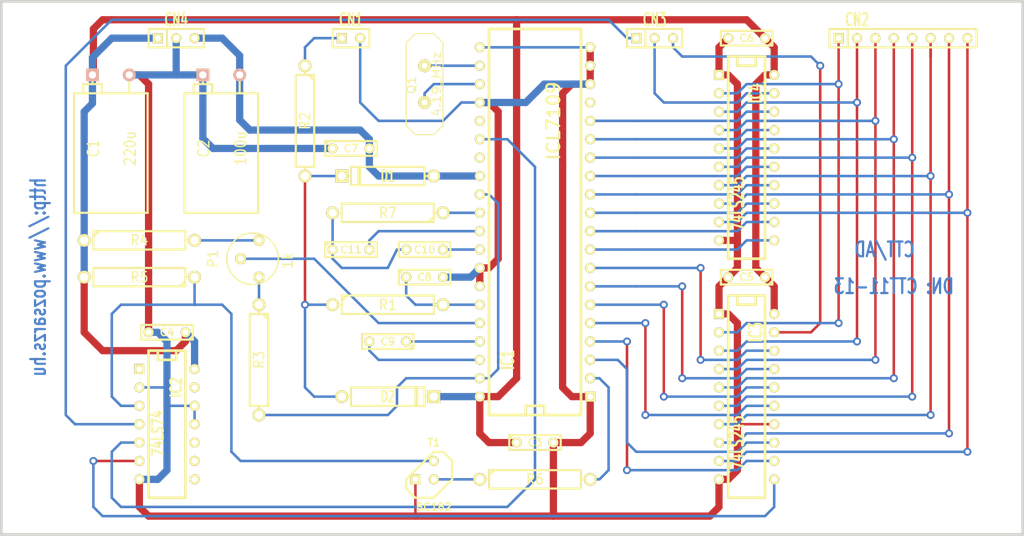
<source format=kicad_pcb>
(kicad_pcb (version 4) (host pcbnew 4.0.5+dfsg1-4+deb9u1)

  (general
    (links 80)
    (no_connects 9)
    (area 74.739499 59.499499 216.090501 133.540501)
    (thickness 1.6)
    (drawings 7)
    (tracks 380)
    (zones 0)
    (modules 31)
    (nets 46)
  )

  (page A4)
  (title_block
    (title "CTT Transistor tester - CTT/AD A/D converter unit")
    (date "20 mar 2011")
    (rev 1.0)
    (company "Pozsar Zsolt")
    (comment 1 "Draw number: CTT/11-13")
  )

  (layers
    (0 F.Cu signal)
    (31 B.Cu signal)
    (32 B.Adhes user)
    (33 F.Adhes user)
    (34 B.Paste user)
    (35 F.Paste user)
    (36 B.SilkS user)
    (37 F.SilkS user)
    (38 B.Mask user)
    (39 F.Mask user)
    (40 Dwgs.User user)
    (41 Cmts.User user)
    (42 Eco1.User user)
    (43 Eco2.User user)
    (44 Edge.Cuts user)
    (45 Margin user)
    (46 B.CrtYd user)
    (47 F.CrtYd user)
    (48 B.Fab user)
    (49 F.Fab user)
  )

  (setup
    (last_trace_width 0.35052)
    (trace_clearance 0.50038)
    (zone_clearance 0.381)
    (zone_45_only no)
    (trace_min 0.2)
    (segment_width 0.381)
    (edge_width 0.381)
    (via_size 1.09982)
    (via_drill 0.59944)
    (via_min_size 0.4)
    (via_min_drill 0.3)
    (uvia_size 0.3)
    (uvia_drill 0.1)
    (uvias_allowed no)
    (uvia_min_size 0.2)
    (uvia_min_drill 0.1)
    (pcb_text_width 0.3048)
    (pcb_text_size 1.524 2.032)
    (mod_edge_width 0.381)
    (mod_text_size 1.524 1.524)
    (mod_text_width 0.3048)
    (pad_size 1.524 1.524)
    (pad_drill 0.8128)
    (pad_to_mask_clearance 0.2)
    (aux_axis_origin 0 0)
    (visible_elements 7FFFFFFF)
    (pcbplotparams
      (layerselection 0x010e0_80000001)
      (usegerberextensions false)
      (excludeedgelayer false)
      (linewidth 0.100000)
      (plotframeref false)
      (viasonmask false)
      (mode 1)
      (useauxorigin false)
      (hpglpennumber 1)
      (hpglpenspeed 20)
      (hpglpendiameter 15)
      (hpglpenoverlay 2)
      (psnegative false)
      (psa4output false)
      (plotreference true)
      (plotvalue false)
      (plotinvisibletext false)
      (padsonsilk false)
      (subtractmaskfromsilk false)
      (outputformat 1)
      (mirror false)
      (drillshape 0)
      (scaleselection 1)
      (outputdirectory ""))
  )

  (net 0 "")
  (net 1 N-000038)
  (net 2 N-000016)
  (net 3 N-000037)
  (net 4 N-000043)
  (net 5 N-000010)
  (net 6 GND)
  (net 7 -5VA)
  (net 8 +5V)
  (net 9 N-000014)
  (net 10 N-000011)
  (net 11 N-000017)
  (net 12 N-000002)
  (net 13 N-000005)
  (net 14 N-000003)
  (net 15 N-000012)
  (net 16 N-000040)
  (net 17 N-000015)
  (net 18 N-000039)
  (net 19 N-000041)
  (net 20 N-000045)
  (net 21 N-000047)
  (net 22 N-000004)
  (net 23 N-000046)
  (net 24 N-000027)
  (net 25 N-000025)
  (net 26 N-000026)
  (net 27 N-000024)
  (net 28 N-000028)
  (net 29 N-000020)
  (net 30 N-000031)
  (net 31 N-000021)
  (net 32 N-000030)
  (net 33 N-000022)
  (net 34 N-000029)
  (net 35 N-000023)
  (net 36 N-000042)
  (net 37 N-000036)
  (net 38 DI0_1)
  (net 39 DI1_1)
  (net 40 DI2_1)
  (net 41 DI3_1)
  (net 42 DI4_1)
  (net 43 DI5_1)
  (net 44 DI6_1)
  (net 45 DI7_1)

  (net_class Default "This is the default net class."
    (clearance 0.50038)
    (trace_width 0.35052)
    (via_dia 1.09982)
    (via_drill 0.59944)
    (uvia_dia 0.3)
    (uvia_drill 0.1)
    (add_net +5V)
    (add_net -5VA)
    (add_net DI0_1)
    (add_net DI1_1)
    (add_net DI2_1)
    (add_net DI3_1)
    (add_net DI4_1)
    (add_net DI5_1)
    (add_net DI6_1)
    (add_net DI7_1)
    (add_net GND)
    (add_net N-000002)
    (add_net N-000003)
    (add_net N-000004)
    (add_net N-000005)
    (add_net N-000010)
    (add_net N-000011)
    (add_net N-000012)
    (add_net N-000014)
    (add_net N-000015)
    (add_net N-000016)
    (add_net N-000017)
    (add_net N-000020)
    (add_net N-000021)
    (add_net N-000022)
    (add_net N-000023)
    (add_net N-000024)
    (add_net N-000025)
    (add_net N-000026)
    (add_net N-000027)
    (add_net N-000028)
    (add_net N-000029)
    (add_net N-000030)
    (add_net N-000031)
    (add_net N-000036)
    (add_net N-000037)
    (add_net N-000038)
    (add_net N-000039)
    (add_net N-000040)
    (add_net N-000041)
    (add_net N-000042)
    (add_net N-000043)
    (add_net N-000045)
    (add_net N-000046)
    (add_net N-000047)
  )

  (module C2 (layer F.Cu) (tedit 200000) (tstamp 4C95DF74)
    (at 123.19 93.98)
    (descr "Condensateur = 2 pas")
    (tags C)
    (fp_text reference C11 (at 0 0) (layer F.SilkS)
      (effects (font (size 1.016 1.016) (thickness 0.2032)))
    )
    (fp_text value 150n (at 0 0) (layer F.SilkS) hide
      (effects (font (size 1.016 1.016) (thickness 0.2032)))
    )
    (fp_line (start -3.556 -1.016) (end 3.556 -1.016) (layer F.SilkS) (width 0.3048))
    (fp_line (start 3.556 -1.016) (end 3.556 1.016) (layer F.SilkS) (width 0.3048))
    (fp_line (start 3.556 1.016) (end -3.556 1.016) (layer F.SilkS) (width 0.3048))
    (fp_line (start -3.556 1.016) (end -3.556 -1.016) (layer F.SilkS) (width 0.3048))
    (fp_line (start -3.556 -0.508) (end -3.048 -1.016) (layer F.SilkS) (width 0.3048))
    (pad 1 thru_hole circle (at -2.54 0) (size 1.397 1.397) (drill 0.8128) (layers *.Cu *.Mask F.SilkS)
      (net 1 N-000038))
    (pad 2 thru_hole circle (at 2.54 0) (size 1.397 1.397) (drill 0.8128) (layers *.Cu *.Mask F.SilkS)
      (net 2 N-000016))
    (model discret/capa_2pas_5x5mm.wrl
      (at (xyz 0 0 0))
      (scale (xyz 1 1 1))
      (rotate (xyz 0 0 0))
    )
  )

  (module C2 (layer F.Cu) (tedit 200000) (tstamp 4C95DF51)
    (at 133.35 93.98 180)
    (descr "Condensateur = 2 pas")
    (tags C)
    (fp_text reference C10 (at 0 0 180) (layer F.SilkS)
      (effects (font (size 1.016 1.016) (thickness 0.2032)))
    )
    (fp_text value 100n (at 0 0 180) (layer F.SilkS) hide
      (effects (font (size 1.016 1.016) (thickness 0.2032)))
    )
    (fp_line (start -3.556 -1.016) (end 3.556 -1.016) (layer F.SilkS) (width 0.3048))
    (fp_line (start 3.556 -1.016) (end 3.556 1.016) (layer F.SilkS) (width 0.3048))
    (fp_line (start 3.556 1.016) (end -3.556 1.016) (layer F.SilkS) (width 0.3048))
    (fp_line (start -3.556 1.016) (end -3.556 -1.016) (layer F.SilkS) (width 0.3048))
    (fp_line (start -3.556 -0.508) (end -3.048 -1.016) (layer F.SilkS) (width 0.3048))
    (pad 1 thru_hole circle (at -2.54 0 180) (size 1.397 1.397) (drill 0.8128) (layers *.Cu *.Mask F.SilkS)
      (net 3 N-000037))
    (pad 2 thru_hole circle (at 2.54 0 180) (size 1.397 1.397) (drill 0.8128) (layers *.Cu *.Mask F.SilkS)
      (net 1 N-000038))
    (model discret/capa_2pas_5x5mm.wrl
      (at (xyz 0 0 0))
      (scale (xyz 1 1 1))
      (rotate (xyz 0 0 0))
    )
  )

  (module C2 (layer F.Cu) (tedit 200000) (tstamp 4C95E080)
    (at 128.27 106.68 180)
    (descr "Condensateur = 2 pas")
    (tags C)
    (fp_text reference C9 (at 0 0 180) (layer F.SilkS)
      (effects (font (size 1.016 1.016) (thickness 0.2032)))
    )
    (fp_text value 1u (at 0 0 180) (layer F.SilkS) hide
      (effects (font (size 1.016 1.016) (thickness 0.2032)))
    )
    (fp_line (start -3.556 -1.016) (end 3.556 -1.016) (layer F.SilkS) (width 0.3048))
    (fp_line (start 3.556 -1.016) (end 3.556 1.016) (layer F.SilkS) (width 0.3048))
    (fp_line (start 3.556 1.016) (end -3.556 1.016) (layer F.SilkS) (width 0.3048))
    (fp_line (start -3.556 1.016) (end -3.556 -1.016) (layer F.SilkS) (width 0.3048))
    (fp_line (start -3.556 -0.508) (end -3.048 -1.016) (layer F.SilkS) (width 0.3048))
    (pad 1 thru_hole circle (at -2.54 0 180) (size 1.397 1.397) (drill 0.8128) (layers *.Cu *.Mask F.SilkS)
      (net 4 N-000043))
    (pad 2 thru_hole circle (at 2.54 0 180) (size 1.397 1.397) (drill 0.8128) (layers *.Cu *.Mask F.SilkS)
      (net 5 N-000010))
    (model discret/capa_2pas_5x5mm.wrl
      (at (xyz 0 0 0))
      (scale (xyz 1 1 1))
      (rotate (xyz 0 0 0))
    )
  )

  (module C2 (layer F.Cu) (tedit 200000) (tstamp 4C95E2CE)
    (at 133.35 97.79)
    (descr "Condensateur = 2 pas")
    (tags C)
    (fp_text reference C8 (at 0 0) (layer F.SilkS)
      (effects (font (size 1.016 1.016) (thickness 0.2032)))
    )
    (fp_text value 10n (at 0 0) (layer F.SilkS) hide
      (effects (font (size 1.016 1.016) (thickness 0.2032)))
    )
    (fp_line (start -3.556 -1.016) (end 3.556 -1.016) (layer F.SilkS) (width 0.3048))
    (fp_line (start 3.556 -1.016) (end 3.556 1.016) (layer F.SilkS) (width 0.3048))
    (fp_line (start 3.556 1.016) (end -3.556 1.016) (layer F.SilkS) (width 0.3048))
    (fp_line (start -3.556 1.016) (end -3.556 -1.016) (layer F.SilkS) (width 0.3048))
    (fp_line (start -3.556 -0.508) (end -3.048 -1.016) (layer F.SilkS) (width 0.3048))
    (pad 1 thru_hole circle (at -2.54 0) (size 1.397 1.397) (drill 0.8128) (layers *.Cu *.Mask F.SilkS))
    (pad 2 thru_hole circle (at 2.54 0) (size 1.397 1.397) (drill 0.8128) (layers *.Cu *.Mask F.SilkS)
      (net 6 GND))
    (model discret/capa_2pas_5x5mm.wrl
      (at (xyz 0 0 0))
      (scale (xyz 1 1 1))
      (rotate (xyz 0 0 0))
    )
  )

  (module C2 (layer F.Cu) (tedit 200000) (tstamp 4C95F518)
    (at 123.19 80.01)
    (descr "Condensateur = 2 pas")
    (tags C)
    (fp_text reference C7 (at 0 0) (layer F.SilkS)
      (effects (font (size 1.016 1.016) (thickness 0.2032)))
    )
    (fp_text value 100n (at 0 0) (layer F.SilkS) hide
      (effects (font (size 1.016 1.016) (thickness 0.2032)))
    )
    (fp_line (start -3.556 -1.016) (end 3.556 -1.016) (layer F.SilkS) (width 0.3048))
    (fp_line (start 3.556 -1.016) (end 3.556 1.016) (layer F.SilkS) (width 0.3048))
    (fp_line (start 3.556 1.016) (end -3.556 1.016) (layer F.SilkS) (width 0.3048))
    (fp_line (start -3.556 1.016) (end -3.556 -1.016) (layer F.SilkS) (width 0.3048))
    (fp_line (start -3.556 -0.508) (end -3.048 -1.016) (layer F.SilkS) (width 0.3048))
    (pad 1 thru_hole circle (at -2.54 0) (size 1.397 1.397) (drill 0.8128) (layers *.Cu *.Mask F.SilkS)
      (net 6 GND))
    (pad 2 thru_hole circle (at 2.54 0) (size 1.397 1.397) (drill 0.8128) (layers *.Cu *.Mask F.SilkS)
      (net 7 -5VA))
    (model discret/capa_2pas_5x5mm.wrl
      (at (xyz 0 0 0))
      (scale (xyz 1 1 1))
      (rotate (xyz 0 0 0))
    )
  )

  (module C2 (layer F.Cu) (tedit 200000) (tstamp 4C95F4AF)
    (at 177.8 64.77 180)
    (descr "Condensateur = 2 pas")
    (tags C)
    (fp_text reference C6 (at 0 0 180) (layer F.SilkS)
      (effects (font (size 1.016 1.016) (thickness 0.2032)))
    )
    (fp_text value 100n (at 0 0 180) (layer F.SilkS) hide
      (effects (font (size 1.016 1.016) (thickness 0.2032)))
    )
    (fp_line (start -3.556 -1.016) (end 3.556 -1.016) (layer F.SilkS) (width 0.3048))
    (fp_line (start 3.556 -1.016) (end 3.556 1.016) (layer F.SilkS) (width 0.3048))
    (fp_line (start 3.556 1.016) (end -3.556 1.016) (layer F.SilkS) (width 0.3048))
    (fp_line (start -3.556 1.016) (end -3.556 -1.016) (layer F.SilkS) (width 0.3048))
    (fp_line (start -3.556 -0.508) (end -3.048 -1.016) (layer F.SilkS) (width 0.3048))
    (pad 1 thru_hole circle (at -2.54 0 180) (size 1.397 1.397) (drill 0.8128) (layers *.Cu *.Mask F.SilkS)
      (net 8 +5V))
    (pad 2 thru_hole circle (at 2.54 0 180) (size 1.397 1.397) (drill 0.8128) (layers *.Cu *.Mask F.SilkS)
      (net 6 GND))
    (model discret/capa_2pas_5x5mm.wrl
      (at (xyz 0 0 0))
      (scale (xyz 1 1 1))
      (rotate (xyz 0 0 0))
    )
  )

  (module C2 (layer F.Cu) (tedit 200000) (tstamp 4C95F520)
    (at 177.8 97.79 180)
    (descr "Condensateur = 2 pas")
    (tags C)
    (fp_text reference C5 (at 0 0 180) (layer F.SilkS)
      (effects (font (size 1.016 1.016) (thickness 0.2032)))
    )
    (fp_text value 100n (at 0 0 180) (layer F.SilkS) hide
      (effects (font (size 1.016 1.016) (thickness 0.2032)))
    )
    (fp_line (start -3.556 -1.016) (end 3.556 -1.016) (layer F.SilkS) (width 0.3048))
    (fp_line (start 3.556 -1.016) (end 3.556 1.016) (layer F.SilkS) (width 0.3048))
    (fp_line (start 3.556 1.016) (end -3.556 1.016) (layer F.SilkS) (width 0.3048))
    (fp_line (start -3.556 1.016) (end -3.556 -1.016) (layer F.SilkS) (width 0.3048))
    (fp_line (start -3.556 -0.508) (end -3.048 -1.016) (layer F.SilkS) (width 0.3048))
    (pad 1 thru_hole circle (at -2.54 0 180) (size 1.397 1.397) (drill 0.8128) (layers *.Cu *.Mask F.SilkS)
      (net 8 +5V))
    (pad 2 thru_hole circle (at 2.54 0 180) (size 1.397 1.397) (drill 0.8128) (layers *.Cu *.Mask F.SilkS)
      (net 6 GND))
    (model discret/capa_2pas_5x5mm.wrl
      (at (xyz 0 0 0))
      (scale (xyz 1 1 1))
      (rotate (xyz 0 0 0))
    )
  )

  (module C2 (layer F.Cu) (tedit 200000) (tstamp 4C95F51E)
    (at 97.79 105.41 180)
    (descr "Condensateur = 2 pas")
    (tags C)
    (fp_text reference C4 (at 0 0 180) (layer F.SilkS)
      (effects (font (size 1.016 1.016) (thickness 0.2032)))
    )
    (fp_text value 100n (at 0 0 180) (layer F.SilkS) hide
      (effects (font (size 1.016 1.016) (thickness 0.2032)))
    )
    (fp_line (start -3.556 -1.016) (end 3.556 -1.016) (layer F.SilkS) (width 0.3048))
    (fp_line (start 3.556 -1.016) (end 3.556 1.016) (layer F.SilkS) (width 0.3048))
    (fp_line (start 3.556 1.016) (end -3.556 1.016) (layer F.SilkS) (width 0.3048))
    (fp_line (start -3.556 1.016) (end -3.556 -1.016) (layer F.SilkS) (width 0.3048))
    (fp_line (start -3.556 -0.508) (end -3.048 -1.016) (layer F.SilkS) (width 0.3048))
    (pad 1 thru_hole circle (at -2.54 0 180) (size 1.397 1.397) (drill 0.8128) (layers *.Cu *.Mask F.SilkS)
      (net 8 +5V))
    (pad 2 thru_hole circle (at 2.54 0 180) (size 1.397 1.397) (drill 0.8128) (layers *.Cu *.Mask F.SilkS)
      (net 6 GND))
    (model discret/capa_2pas_5x5mm.wrl
      (at (xyz 0 0 0))
      (scale (xyz 1 1 1))
      (rotate (xyz 0 0 0))
    )
  )

  (module C2 (layer F.Cu) (tedit 200000) (tstamp 4C95F51C)
    (at 148.59 120.65)
    (descr "Condensateur = 2 pas")
    (tags C)
    (fp_text reference C3 (at 0 0) (layer F.SilkS)
      (effects (font (size 1.016 1.016) (thickness 0.2032)))
    )
    (fp_text value 100n (at 0 0) (layer F.SilkS) hide
      (effects (font (size 1.016 1.016) (thickness 0.2032)))
    )
    (fp_line (start -3.556 -1.016) (end 3.556 -1.016) (layer F.SilkS) (width 0.3048))
    (fp_line (start 3.556 -1.016) (end 3.556 1.016) (layer F.SilkS) (width 0.3048))
    (fp_line (start 3.556 1.016) (end -3.556 1.016) (layer F.SilkS) (width 0.3048))
    (fp_line (start -3.556 1.016) (end -3.556 -1.016) (layer F.SilkS) (width 0.3048))
    (fp_line (start -3.556 -0.508) (end -3.048 -1.016) (layer F.SilkS) (width 0.3048))
    (pad 1 thru_hole circle (at -2.54 0) (size 1.397 1.397) (drill 0.8128) (layers *.Cu *.Mask F.SilkS)
      (net 8 +5V))
    (pad 2 thru_hole circle (at 2.54 0) (size 1.397 1.397) (drill 0.8128) (layers *.Cu *.Mask F.SilkS)
      (net 6 GND))
    (model discret/capa_2pas_5x5mm.wrl
      (at (xyz 0 0 0))
      (scale (xyz 1 1 1))
      (rotate (xyz 0 0 0))
    )
  )

  (module CPR10X16 (layer F.Cu) (tedit 416BBCDD) (tstamp 4C95F4A0)
    (at 105.41 69.85 90)
    (descr "Condensateur polarise couche")
    (tags CP)
    (fp_text reference C2 (at -10.16 -2.54 90) (layer F.SilkS)
      (effects (font (size 1.524 1.27) (thickness 0.2032)))
    )
    (fp_text value 100u (at -10.16 2.54 90) (layer F.SilkS)
      (effects (font (size 1.524 1.27) (thickness 0.2032)))
    )
    (fp_line (start -2.54 -5.207) (end -19.05 -5.207) (layer F.SilkS) (width 0.3048))
    (fp_line (start -19.05 -5.207) (end -19.05 4.953) (layer F.SilkS) (width 0.3048))
    (fp_line (start -19.05 4.953) (end -2.54 4.953) (layer F.SilkS) (width 0.3048))
    (fp_line (start -2.54 4.953) (end -2.54 -5.207) (layer F.SilkS) (width 0.3048))
    (fp_line (start -2.54 -3.937) (end -1.27 -3.937) (layer F.SilkS) (width 0.3048))
    (fp_line (start -1.27 -3.937) (end -1.27 -1.397) (layer F.SilkS) (width 0.3048))
    (fp_line (start -1.27 -1.397) (end -2.54 -1.397) (layer F.SilkS) (width 0.3048))
    (fp_line (start -1.27 -2.667) (end 0 -2.667) (layer F.SilkS) (width 0.3048))
    (fp_line (start -2.54 2.413) (end 0 2.413) (layer F.SilkS) (width 0.3048))
    (pad 1 thru_hole rect (at 0 -2.667 90) (size 1.778 1.778) (drill 1.016) (layers *.Cu *.SilkS *.Mask)
      (net 6 GND))
    (pad 2 thru_hole circle (at 0 2.413 90) (size 1.778 1.778) (drill 1.016) (layers *.Cu *.SilkS *.Mask)
      (net 7 -5VA))
    (model discret/c_horiz_c2v10.wrl
      (at (xyz 0 0 0))
      (scale (xyz 1 1 1))
      (rotate (xyz 0 0 0))
    )
  )

  (module CPR10X16 (layer F.Cu) (tedit 416BBCDD) (tstamp 4C95F4A7)
    (at 90.17 69.85 90)
    (descr "Condensateur polarise couche")
    (tags CP)
    (fp_text reference C1 (at -10.16 -2.54 90) (layer F.SilkS)
      (effects (font (size 1.524 1.27) (thickness 0.2032)))
    )
    (fp_text value 220u (at -10.16 2.54 90) (layer F.SilkS)
      (effects (font (size 1.524 1.27) (thickness 0.2032)))
    )
    (fp_line (start -2.54 -5.207) (end -19.05 -5.207) (layer F.SilkS) (width 0.3048))
    (fp_line (start -19.05 -5.207) (end -19.05 4.953) (layer F.SilkS) (width 0.3048))
    (fp_line (start -19.05 4.953) (end -2.54 4.953) (layer F.SilkS) (width 0.3048))
    (fp_line (start -2.54 4.953) (end -2.54 -5.207) (layer F.SilkS) (width 0.3048))
    (fp_line (start -2.54 -3.937) (end -1.27 -3.937) (layer F.SilkS) (width 0.3048))
    (fp_line (start -1.27 -3.937) (end -1.27 -1.397) (layer F.SilkS) (width 0.3048))
    (fp_line (start -1.27 -1.397) (end -2.54 -1.397) (layer F.SilkS) (width 0.3048))
    (fp_line (start -1.27 -2.667) (end 0 -2.667) (layer F.SilkS) (width 0.3048))
    (fp_line (start -2.54 2.413) (end 0 2.413) (layer F.SilkS) (width 0.3048))
    (pad 1 thru_hole rect (at 0 -2.667 90) (size 1.778 1.778) (drill 1.016) (layers *.Cu *.SilkS *.Mask)
      (net 8 +5V))
    (pad 2 thru_hole circle (at 0 2.413 90) (size 1.778 1.778) (drill 1.016) (layers *.Cu *.SilkS *.Mask)
      (net 6 GND))
    (model discret/c_horiz_c2v10.wrl
      (at (xyz 0 0 0))
      (scale (xyz 1 1 1))
      (rotate (xyz 0 0 0))
    )
  )

  (module D5 (layer F.Cu) (tedit 200000) (tstamp 4C95E31E)
    (at 128.27 114.3)
    (descr "Diode 5 pas")
    (tags "DIODE DEV")
    (fp_text reference D2 (at 0 0) (layer F.SilkS)
      (effects (font (size 1.524 1.016) (thickness 0.3048)))
    )
    (fp_text value 1N4148 (at -0.254 0) (layer F.SilkS) hide
      (effects (font (size 1.524 1.016) (thickness 0.3048)))
    )
    (fp_line (start 6.35 0) (end 5.08 0) (layer F.SilkS) (width 0.3048))
    (fp_line (start 5.08 0) (end 5.08 -1.27) (layer F.SilkS) (width 0.3048))
    (fp_line (start 5.08 -1.27) (end -5.08 -1.27) (layer F.SilkS) (width 0.3048))
    (fp_line (start -5.08 -1.27) (end -5.08 0) (layer F.SilkS) (width 0.3048))
    (fp_line (start -5.08 0) (end -6.35 0) (layer F.SilkS) (width 0.3048))
    (fp_line (start -5.08 0) (end -5.08 1.27) (layer F.SilkS) (width 0.3048))
    (fp_line (start -5.08 1.27) (end 5.08 1.27) (layer F.SilkS) (width 0.3048))
    (fp_line (start 5.08 1.27) (end 5.08 0) (layer F.SilkS) (width 0.3048))
    (fp_line (start 3.81 -1.27) (end 3.81 1.27) (layer F.SilkS) (width 0.3048))
    (fp_line (start 4.064 -1.27) (end 4.064 1.27) (layer F.SilkS) (width 0.3048))
    (pad 1 thru_hole circle (at -6.35 0) (size 1.778 1.778) (drill 1.143) (layers *.Cu *.Mask F.SilkS)
      (net 9 N-000014))
    (pad 2 thru_hole rect (at 6.35 0) (size 1.778 1.778) (drill 1.143) (layers *.Cu *.Mask F.SilkS)
      (net 8 +5V))
    (model discret/diode.wrl
      (at (xyz 0 0 0))
      (scale (xyz 0.5 0.5 0.5))
      (rotate (xyz 0 0 0))
    )
  )

  (module D5 (layer F.Cu) (tedit 200000) (tstamp 4C95E30F)
    (at 128.27 83.82 180)
    (descr "Diode 5 pas")
    (tags "DIODE DEV")
    (fp_text reference D1 (at 0 0 180) (layer F.SilkS)
      (effects (font (size 1.524 1.016) (thickness 0.3048)))
    )
    (fp_text value 1N4148 (at -0.254 0 180) (layer F.SilkS) hide
      (effects (font (size 1.524 1.016) (thickness 0.3048)))
    )
    (fp_line (start 6.35 0) (end 5.08 0) (layer F.SilkS) (width 0.3048))
    (fp_line (start 5.08 0) (end 5.08 -1.27) (layer F.SilkS) (width 0.3048))
    (fp_line (start 5.08 -1.27) (end -5.08 -1.27) (layer F.SilkS) (width 0.3048))
    (fp_line (start -5.08 -1.27) (end -5.08 0) (layer F.SilkS) (width 0.3048))
    (fp_line (start -5.08 0) (end -6.35 0) (layer F.SilkS) (width 0.3048))
    (fp_line (start -5.08 0) (end -5.08 1.27) (layer F.SilkS) (width 0.3048))
    (fp_line (start -5.08 1.27) (end 5.08 1.27) (layer F.SilkS) (width 0.3048))
    (fp_line (start 5.08 1.27) (end 5.08 0) (layer F.SilkS) (width 0.3048))
    (fp_line (start 3.81 -1.27) (end 3.81 1.27) (layer F.SilkS) (width 0.3048))
    (fp_line (start 4.064 -1.27) (end 4.064 1.27) (layer F.SilkS) (width 0.3048))
    (pad 1 thru_hole circle (at -6.35 0 180) (size 1.778 1.778) (drill 1.143) (layers *.Cu *.Mask F.SilkS)
      (net 7 -5VA))
    (pad 2 thru_hole rect (at 6.35 0 180) (size 1.778 1.778) (drill 1.143) (layers *.Cu *.Mask F.SilkS)
      (net 9 N-000014))
    (model discret/diode.wrl
      (at (xyz 0 0 0))
      (scale (xyz 0.5 0.5 0.5))
      (rotate (xyz 0 0 0))
    )
  )

  (module HC-18UV (layer F.Cu) (tedit 42899E71) (tstamp 4C95E1F8)
    (at 133.35 71.12 90)
    (descr "Quartz boitier HC-18U vertical")
    (tags "QUARTZ DEV")
    (autoplace_cost180 10)
    (fp_text reference Q1 (at -0.127 -1.778 90) (layer F.SilkS)
      (effects (font (size 1.143 1.27) (thickness 0.1524)))
    )
    (fp_text value 4.19_MHz (at 0 1.651 90) (layer F.SilkS)
      (effects (font (size 1.143 1.27) (thickness 0.1524)))
    )
    (fp_line (start -6.985 -1.27) (end -5.715 -2.54) (layer F.SilkS) (width 0.1524))
    (fp_line (start 5.715 -2.54) (end 6.985 -1.27) (layer F.SilkS) (width 0.1524))
    (fp_line (start 6.985 1.27) (end 5.715 2.54) (layer F.SilkS) (width 0.1524))
    (fp_line (start -6.985 1.27) (end -5.715 2.54) (layer F.SilkS) (width 0.1524))
    (fp_line (start -5.715 -2.54) (end 5.715 -2.54) (layer F.SilkS) (width 0.1524))
    (fp_line (start -6.985 -1.27) (end -6.985 1.27) (layer F.SilkS) (width 0.1524))
    (fp_line (start -5.715 2.54) (end 5.715 2.54) (layer F.SilkS) (width 0.1524))
    (fp_line (start 6.985 1.27) (end 6.985 -1.27) (layer F.SilkS) (width 0.1524))
    (pad 1 thru_hole circle (at -2.54 0 90) (size 1.778 1.778) (drill 0.8128) (layers *.Cu *.Mask F.SilkS)
      (net 10 N-000011))
    (pad 2 thru_hole circle (at 2.54 0 90) (size 1.778 1.778) (drill 0.8128) (layers *.Cu *.Mask F.SilkS))
    (model discret/crystal_hc18u_vertical.wrl
      (at (xyz 0 0 0))
      (scale (xyz 1 1 1))
      (rotate (xyz 0 0 0))
    )
  )

  (module R6 (layer F.Cu) (tedit 200000) (tstamp 4C95DF3F)
    (at 128.27 88.9 180)
    (descr "Resistance 6 pas")
    (tags R)
    (autoplace_cost180 10)
    (fp_text reference R7 (at 0 0 180) (layer F.SilkS)
      (effects (font (size 1.397 1.27) (thickness 0.2032)))
    )
    (fp_text value 82k (at 0.254 0 180) (layer F.SilkS) hide
      (effects (font (size 1.397 1.27) (thickness 0.2032)))
    )
    (fp_line (start -6.35 -1.27) (end 6.35 -1.27) (layer F.SilkS) (width 0.3048))
    (fp_line (start 6.35 -1.27) (end 6.35 1.27) (layer F.SilkS) (width 0.3048))
    (fp_line (start 6.35 1.27) (end -6.35 1.27) (layer F.SilkS) (width 0.3048))
    (fp_line (start 6.35 0) (end 7.62 0) (layer F.SilkS) (width 0.3048))
    (fp_line (start -7.62 0) (end -6.35 0) (layer F.SilkS) (width 0.3048))
    (fp_line (start -6.35 -0.508) (end -5.588 -1.27) (layer F.SilkS) (width 0.3048))
    (fp_line (start -6.35 -1.27) (end -6.35 1.27) (layer F.SilkS) (width 0.3048))
    (pad 1 thru_hole circle (at -7.62 0 180) (size 1.778 1.778) (drill 1.143) (layers *.Cu *.Mask F.SilkS)
      (net 11 N-000017))
    (pad 2 thru_hole circle (at 7.62 0 180) (size 1.778 1.778) (drill 1.143) (layers *.Cu *.Mask F.SilkS)
      (net 1 N-000038))
    (model discret/resistor.wrl
      (at (xyz 0 0 0))
      (scale (xyz 0.6 0.6 0.6))
      (rotate (xyz 0 0 0))
    )
  )

  (module R6 (layer F.Cu) (tedit 200000) (tstamp 4C95F37A)
    (at 148.59 125.73)
    (descr "Resistance 6 pas")
    (tags R)
    (autoplace_cost180 10)
    (fp_text reference R6 (at 0 0) (layer F.SilkS)
      (effects (font (size 1.397 1.27) (thickness 0.2032)))
    )
    (fp_text value 1k (at 0.254 0) (layer F.SilkS) hide
      (effects (font (size 1.397 1.27) (thickness 0.2032)))
    )
    (fp_line (start -6.35 -1.27) (end 6.35 -1.27) (layer F.SilkS) (width 0.3048))
    (fp_line (start 6.35 -1.27) (end 6.35 1.27) (layer F.SilkS) (width 0.3048))
    (fp_line (start 6.35 1.27) (end -6.35 1.27) (layer F.SilkS) (width 0.3048))
    (fp_line (start 6.35 0) (end 7.62 0) (layer F.SilkS) (width 0.3048))
    (fp_line (start -7.62 0) (end -6.35 0) (layer F.SilkS) (width 0.3048))
    (fp_line (start -6.35 -0.508) (end -5.588 -1.27) (layer F.SilkS) (width 0.3048))
    (fp_line (start -6.35 -1.27) (end -6.35 1.27) (layer F.SilkS) (width 0.3048))
    (pad 1 thru_hole circle (at -7.62 0) (size 1.778 1.778) (drill 1.143) (layers *.Cu *.Mask F.SilkS)
      (net 12 N-000002))
    (pad 2 thru_hole circle (at 7.62 0) (size 1.778 1.778) (drill 1.143) (layers *.Cu *.Mask F.SilkS)
      (net 13 N-000005))
    (model discret/resistor.wrl
      (at (xyz 0 0 0))
      (scale (xyz 0.6 0.6 0.6))
      (rotate (xyz 0 0 0))
    )
  )

  (module R6 (layer F.Cu) (tedit 200000) (tstamp 4C95F37D)
    (at 93.98 97.79 180)
    (descr "Resistance 6 pas")
    (tags R)
    (autoplace_cost180 10)
    (fp_text reference R5 (at 0 0 180) (layer F.SilkS)
      (effects (font (size 1.397 1.27) (thickness 0.2032)))
    )
    (fp_text value 1k (at 0.254 0 180) (layer F.SilkS) hide
      (effects (font (size 1.397 1.27) (thickness 0.2032)))
    )
    (fp_line (start -6.35 -1.27) (end 6.35 -1.27) (layer F.SilkS) (width 0.3048))
    (fp_line (start 6.35 -1.27) (end 6.35 1.27) (layer F.SilkS) (width 0.3048))
    (fp_line (start 6.35 1.27) (end -6.35 1.27) (layer F.SilkS) (width 0.3048))
    (fp_line (start 6.35 0) (end 7.62 0) (layer F.SilkS) (width 0.3048))
    (fp_line (start -7.62 0) (end -6.35 0) (layer F.SilkS) (width 0.3048))
    (fp_line (start -6.35 -0.508) (end -5.588 -1.27) (layer F.SilkS) (width 0.3048))
    (fp_line (start -6.35 -1.27) (end -6.35 1.27) (layer F.SilkS) (width 0.3048))
    (pad 1 thru_hole circle (at -7.62 0 180) (size 1.778 1.778) (drill 1.143) (layers *.Cu *.Mask F.SilkS)
      (net 14 N-000003))
    (pad 2 thru_hole circle (at 7.62 0 180) (size 1.778 1.778) (drill 1.143) (layers *.Cu *.Mask F.SilkS)
      (net 8 +5V))
    (model discret/resistor.wrl
      (at (xyz 0 0 0))
      (scale (xyz 0.6 0.6 0.6))
      (rotate (xyz 0 0 0))
    )
  )

  (module R6 (layer F.Cu) (tedit 200000) (tstamp 4C95E38D)
    (at 93.98 92.71)
    (descr "Resistance 6 pas")
    (tags R)
    (autoplace_cost180 10)
    (fp_text reference R4 (at 0 0) (layer F.SilkS)
      (effects (font (size 1.397 1.27) (thickness 0.2032)))
    )
    (fp_text value 3.9k (at 0.254 0) (layer F.SilkS) hide
      (effects (font (size 1.397 1.27) (thickness 0.2032)))
    )
    (fp_line (start -6.35 -1.27) (end 6.35 -1.27) (layer F.SilkS) (width 0.3048))
    (fp_line (start 6.35 -1.27) (end 6.35 1.27) (layer F.SilkS) (width 0.3048))
    (fp_line (start 6.35 1.27) (end -6.35 1.27) (layer F.SilkS) (width 0.3048))
    (fp_line (start 6.35 0) (end 7.62 0) (layer F.SilkS) (width 0.3048))
    (fp_line (start -7.62 0) (end -6.35 0) (layer F.SilkS) (width 0.3048))
    (fp_line (start -6.35 -0.508) (end -5.588 -1.27) (layer F.SilkS) (width 0.3048))
    (fp_line (start -6.35 -1.27) (end -6.35 1.27) (layer F.SilkS) (width 0.3048))
    (pad 1 thru_hole circle (at -7.62 0) (size 1.778 1.778) (drill 1.143) (layers *.Cu *.Mask F.SilkS)
      (net 8 +5V))
    (pad 2 thru_hole circle (at 7.62 0) (size 1.778 1.778) (drill 1.143) (layers *.Cu *.Mask F.SilkS)
      (net 15 N-000012))
    (model discret/resistor.wrl
      (at (xyz 0 0 0))
      (scale (xyz 0.6 0.6 0.6))
      (rotate (xyz 0 0 0))
    )
  )

  (module R6 (layer F.Cu) (tedit 200000) (tstamp 4C95E390)
    (at 110.49 109.22 270)
    (descr "Resistance 6 pas")
    (tags R)
    (autoplace_cost180 10)
    (fp_text reference R3 (at 0 0 270) (layer F.SilkS)
      (effects (font (size 1.397 1.27) (thickness 0.2032)))
    )
    (fp_text value 22k (at 0.254 0 270) (layer F.SilkS) hide
      (effects (font (size 1.397 1.27) (thickness 0.2032)))
    )
    (fp_line (start -6.35 -1.27) (end 6.35 -1.27) (layer F.SilkS) (width 0.3048))
    (fp_line (start 6.35 -1.27) (end 6.35 1.27) (layer F.SilkS) (width 0.3048))
    (fp_line (start 6.35 1.27) (end -6.35 1.27) (layer F.SilkS) (width 0.3048))
    (fp_line (start 6.35 0) (end 7.62 0) (layer F.SilkS) (width 0.3048))
    (fp_line (start -7.62 0) (end -6.35 0) (layer F.SilkS) (width 0.3048))
    (fp_line (start -6.35 -0.508) (end -5.588 -1.27) (layer F.SilkS) (width 0.3048))
    (fp_line (start -6.35 -1.27) (end -6.35 1.27) (layer F.SilkS) (width 0.3048))
    (pad 1 thru_hole circle (at -7.62 0 270) (size 1.778 1.778) (drill 1.143) (layers *.Cu *.Mask F.SilkS)
      (net 16 N-000040))
    (pad 2 thru_hole circle (at 7.62 0 270) (size 1.778 1.778) (drill 1.143) (layers *.Cu *.Mask F.SilkS)
      (net 17 N-000015))
    (model discret/resistor.wrl
      (at (xyz 0 0 0))
      (scale (xyz 0.6 0.6 0.6))
      (rotate (xyz 0 0 0))
    )
  )

  (module R6 (layer F.Cu) (tedit 200000) (tstamp 4C95E2EE)
    (at 116.84 76.2 270)
    (descr "Resistance 6 pas")
    (tags R)
    (autoplace_cost180 10)
    (fp_text reference R2 (at 0 0 270) (layer F.SilkS)
      (effects (font (size 1.397 1.27) (thickness 0.2032)))
    )
    (fp_text value 10k (at 0.254 0 270) (layer F.SilkS) hide
      (effects (font (size 1.397 1.27) (thickness 0.2032)))
    )
    (fp_line (start -6.35 -1.27) (end 6.35 -1.27) (layer F.SilkS) (width 0.3048))
    (fp_line (start 6.35 -1.27) (end 6.35 1.27) (layer F.SilkS) (width 0.3048))
    (fp_line (start 6.35 1.27) (end -6.35 1.27) (layer F.SilkS) (width 0.3048))
    (fp_line (start 6.35 0) (end 7.62 0) (layer F.SilkS) (width 0.3048))
    (fp_line (start -7.62 0) (end -6.35 0) (layer F.SilkS) (width 0.3048))
    (fp_line (start -6.35 -0.508) (end -5.588 -1.27) (layer F.SilkS) (width 0.3048))
    (fp_line (start -6.35 -1.27) (end -6.35 1.27) (layer F.SilkS) (width 0.3048))
    (pad 1 thru_hole circle (at -7.62 0 270) (size 1.778 1.778) (drill 1.143) (layers *.Cu *.Mask F.SilkS))
    (pad 2 thru_hole circle (at 7.62 0 270) (size 1.778 1.778) (drill 1.143) (layers *.Cu *.Mask F.SilkS)
      (net 9 N-000014))
    (model discret/resistor.wrl
      (at (xyz 0 0 0))
      (scale (xyz 0.6 0.6 0.6))
      (rotate (xyz 0 0 0))
    )
  )

  (module R6 (layer F.Cu) (tedit 200000) (tstamp 4C95E2E1)
    (at 128.27 101.6)
    (descr "Resistance 6 pas")
    (tags R)
    (autoplace_cost180 10)
    (fp_text reference R1 (at 0 0) (layer F.SilkS)
      (effects (font (size 1.397 1.27) (thickness 0.2032)))
    )
    (fp_text value 1M (at 0.254 0) (layer F.SilkS) hide
      (effects (font (size 1.397 1.27) (thickness 0.2032)))
    )
    (fp_line (start -6.35 -1.27) (end 6.35 -1.27) (layer F.SilkS) (width 0.3048))
    (fp_line (start 6.35 -1.27) (end 6.35 1.27) (layer F.SilkS) (width 0.3048))
    (fp_line (start 6.35 1.27) (end -6.35 1.27) (layer F.SilkS) (width 0.3048))
    (fp_line (start 6.35 0) (end 7.62 0) (layer F.SilkS) (width 0.3048))
    (fp_line (start -7.62 0) (end -6.35 0) (layer F.SilkS) (width 0.3048))
    (fp_line (start -6.35 -0.508) (end -5.588 -1.27) (layer F.SilkS) (width 0.3048))
    (fp_line (start -6.35 -1.27) (end -6.35 1.27) (layer F.SilkS) (width 0.3048))
    (pad 1 thru_hole circle (at -7.62 0) (size 1.778 1.778) (drill 1.143) (layers *.Cu *.Mask F.SilkS)
      (net 9 N-000014))
    (pad 2 thru_hole circle (at 7.62 0) (size 1.778 1.778) (drill 1.143) (layers *.Cu *.Mask F.SilkS)
      (net 18 N-000039))
    (model discret/resistor.wrl
      (at (xyz 0 0 0))
      (scale (xyz 0.6 0.6 0.6))
      (rotate (xyz 0 0 0))
    )
  )

  (module RV2 (layer F.Cu) (tedit 3FA15781) (tstamp 4C95F06F)
    (at 109.22 95.25 90)
    (descr "Resistance variable / potentiometre")
    (tags R)
    (autoplace_cost90 10)
    (autoplace_cost180 10)
    (fp_text reference P1 (at 0 -5.08 90) (layer F.SilkS)
      (effects (font (size 1.397 1.27) (thickness 0.2032)))
    )
    (fp_text value 1k (at -0.254 5.207 90) (layer F.SilkS)
      (effects (font (size 1.397 1.27) (thickness 0.2032)))
    )
    (fp_circle (center 0 0.381) (end 0 -3.175) (layer F.SilkS) (width 0.2032))
    (pad 1 thru_hole circle (at -2.54 1.27 90) (size 1.524 1.524) (drill 0.8128) (layers *.Cu *.Mask F.SilkS)
      (net 16 N-000040))
    (pad 2 thru_hole circle (at 0 -1.27 90) (size 1.524 1.524) (drill 0.8128) (layers *.Cu *.Mask F.SilkS)
      (net 19 N-000041))
    (pad 3 thru_hole circle (at 2.54 1.27 90) (size 1.524 1.524) (drill 0.8128) (layers *.Cu *.Mask F.SilkS)
      (net 15 N-000012))
    (model discret/adjustable_rx2.wrl
      (at (xyz 0 0 0))
      (scale (xyz 1 1 1))
      (rotate (xyz 0 0 0))
    )
  )

  (module TO92 (layer F.Cu) (tedit 443CFFD1) (tstamp 4C95F377)
    (at 133.35 124.46 180)
    (descr "Transistor TO92 brochage type BC237")
    (tags "TR TO92")
    (fp_text reference T1 (at -1.27 3.81 180) (layer F.SilkS)
      (effects (font (size 1.016 1.016) (thickness 0.2032)))
    )
    (fp_text value BC182 (at -1.27 -5.08 180) (layer F.SilkS)
      (effects (font (size 1.016 1.016) (thickness 0.2032)))
    )
    (fp_line (start -1.27 2.54) (end 2.54 -1.27) (layer F.SilkS) (width 0.3048))
    (fp_line (start 2.54 -1.27) (end 2.54 -2.54) (layer F.SilkS) (width 0.3048))
    (fp_line (start 2.54 -2.54) (end 1.27 -3.81) (layer F.SilkS) (width 0.3048))
    (fp_line (start 1.27 -3.81) (end -1.27 -3.81) (layer F.SilkS) (width 0.3048))
    (fp_line (start -1.27 -3.81) (end -3.81 -1.27) (layer F.SilkS) (width 0.3048))
    (fp_line (start -3.81 -1.27) (end -3.81 1.27) (layer F.SilkS) (width 0.3048))
    (fp_line (start -3.81 1.27) (end -2.54 2.54) (layer F.SilkS) (width 0.3048))
    (fp_line (start -2.54 2.54) (end -1.27 2.54) (layer F.SilkS) (width 0.3048))
    (pad 1 thru_hole rect (at 1.27 -1.27 180) (size 1.397 1.397) (drill 0.8128) (layers *.Cu *.Mask F.SilkS)
      (net 6 GND))
    (pad 2 thru_hole circle (at -1.27 -1.27 180) (size 1.397 1.397) (drill 0.8128) (layers *.Cu *.Mask F.SilkS)
      (net 12 N-000002))
    (pad 3 thru_hole circle (at -1.27 1.27 180) (size 1.397 1.397) (drill 0.8128) (layers *.Cu *.Mask F.SilkS)
      (net 14 N-000003))
    (model discret/to98.wrl
      (at (xyz 0 0 0))
      (scale (xyz 1 1 1))
      (rotate (xyz 0 0 0))
    )
  )

  (module SIL-8 (layer F.Cu) (tedit 4D288BC8) (tstamp 4D2836EB)
    (at 199.39 64.77)
    (descr "Connecteur 8 pins")
    (tags "CONN DEV")
    (fp_text reference CN2 (at -6.35 -2.54) (layer F.SilkS)
      (effects (font (size 1.72974 1.08712) (thickness 0.3048)))
    )
    (fp_text value Val** (at 5.08 -2.54) (layer F.SilkS) hide
      (effects (font (size 1.524 1.016) (thickness 0.3048)))
    )
    (fp_line (start -10.16 -1.27) (end 10.16 -1.27) (layer F.SilkS) (width 0.3048))
    (fp_line (start 10.16 -1.27) (end 10.16 1.27) (layer F.SilkS) (width 0.3048))
    (fp_line (start 10.16 1.27) (end -10.16 1.27) (layer F.SilkS) (width 0.3048))
    (fp_line (start -10.16 1.27) (end -10.16 -1.27) (layer F.SilkS) (width 0.3048))
    (fp_line (start -7.62 1.27) (end -7.62 -1.27) (layer F.SilkS) (width 0.3048))
    (pad 1 thru_hole rect (at -8.89 0) (size 1.397 1.397) (drill 0.8128) (layers *.Cu *.Mask F.SilkS))
    (pad 2 thru_hole circle (at -6.35 0) (size 1.397 1.397) (drill 0.8128) (layers *.Cu *.Mask F.SilkS))
    (pad 3 thru_hole circle (at -3.81 0) (size 1.397 1.397) (drill 0.8128) (layers *.Cu *.Mask F.SilkS))
    (pad 4 thru_hole circle (at -1.27 0) (size 1.397 1.397) (drill 0.8128) (layers *.Cu *.Mask F.SilkS))
    (pad 5 thru_hole circle (at 1.27 0) (size 1.397 1.397) (drill 0.8128) (layers *.Cu *.Mask F.SilkS))
    (pad 6 thru_hole circle (at 3.81 0) (size 1.397 1.397) (drill 0.8128) (layers *.Cu *.Mask F.SilkS))
    (pad 7 thru_hole circle (at 6.35 0) (size 1.397 1.397) (drill 0.8128) (layers *.Cu *.Mask F.SilkS))
    (pad 8 thru_hole circle (at 8.89 0) (size 1.397 1.397) (drill 0.8128) (layers *.Cu *.Mask F.SilkS))
  )

  (module SIL-3 (layer F.Cu) (tedit 4D288BD2) (tstamp 4D287E7D)
    (at 165.1 64.77)
    (descr "Connecteur 3 pins")
    (tags "CONN DEV")
    (fp_text reference CN3 (at 0 -2.54) (layer F.SilkS)
      (effects (font (size 1.7907 1.07696) (thickness 0.3048)))
    )
    (fp_text value Val** (at 0 -2.54) (layer F.SilkS) hide
      (effects (font (size 1.524 1.016) (thickness 0.3048)))
    )
    (fp_line (start -3.81 1.27) (end -3.81 -1.27) (layer F.SilkS) (width 0.3048))
    (fp_line (start -3.81 -1.27) (end 3.81 -1.27) (layer F.SilkS) (width 0.3048))
    (fp_line (start 3.81 -1.27) (end 3.81 1.27) (layer F.SilkS) (width 0.3048))
    (fp_line (start 3.81 1.27) (end -3.81 1.27) (layer F.SilkS) (width 0.3048))
    (fp_line (start -1.27 -1.27) (end -1.27 1.27) (layer F.SilkS) (width 0.3048))
    (pad 1 thru_hole rect (at -2.54 0) (size 1.397 1.397) (drill 0.8128) (layers *.Cu *.Mask F.SilkS))
    (pad 2 thru_hole circle (at 0 0) (size 1.397 1.397) (drill 0.8128) (layers *.Cu *.Mask F.SilkS))
    (pad 3 thru_hole circle (at 2.54 0) (size 1.397 1.397) (drill 0.8128) (layers *.Cu *.Mask F.SilkS))
    (model pins_array_3x1.wrl
      (at (xyz 0 0 0))
      (scale (xyz 1 1 1))
      (rotate (xyz 0 0 0))
    )
  )

  (module SIL-2 (layer F.Cu) (tedit 4D288B4D) (tstamp 4D2880D4)
    (at 123.19 64.77)
    (descr "Connecteurs 2 pins")
    (tags "CONN DEV")
    (fp_text reference CN1 (at 0 -2.54) (layer F.SilkS)
      (effects (font (size 1.72974 1.08712) (thickness 0.3048)))
    )
    (fp_text value Val** (at 0 -2.54) (layer F.SilkS) hide
      (effects (font (size 1.524 1.016) (thickness 0.3048)))
    )
    (fp_line (start -2.54 1.27) (end -2.54 -1.27) (layer F.SilkS) (width 0.3048))
    (fp_line (start -2.54 -1.27) (end 2.54 -1.27) (layer F.SilkS) (width 0.3048))
    (fp_line (start 2.54 -1.27) (end 2.54 1.27) (layer F.SilkS) (width 0.3048))
    (fp_line (start 2.54 1.27) (end -2.54 1.27) (layer F.SilkS) (width 0.3048))
    (pad 1 thru_hole rect (at -1.27 0) (size 1.397 1.397) (drill 0.8128) (layers *.Cu *.Mask F.SilkS))
    (pad 2 thru_hole circle (at 1.27 0) (size 1.397 1.397) (drill 0.8128) (layers *.Cu *.Mask F.SilkS))
  )

  (module SIL-3 (layer F.Cu) (tedit 4D288BE0) (tstamp 4D2881EF)
    (at 99.06 64.77)
    (descr "Connecteur 3 pins")
    (tags "CONN DEV")
    (fp_text reference CN4 (at 0 -2.54) (layer F.SilkS)
      (effects (font (size 1.7907 1.07696) (thickness 0.3048)))
    )
    (fp_text value Val** (at 0 -2.54) (layer F.SilkS) hide
      (effects (font (size 1.524 1.016) (thickness 0.3048)))
    )
    (fp_line (start -3.81 1.27) (end -3.81 -1.27) (layer F.SilkS) (width 0.3048))
    (fp_line (start -3.81 -1.27) (end 3.81 -1.27) (layer F.SilkS) (width 0.3048))
    (fp_line (start 3.81 -1.27) (end 3.81 1.27) (layer F.SilkS) (width 0.3048))
    (fp_line (start 3.81 1.27) (end -3.81 1.27) (layer F.SilkS) (width 0.3048))
    (fp_line (start -1.27 -1.27) (end -1.27 1.27) (layer F.SilkS) (width 0.3048))
    (pad 1 thru_hole rect (at -2.54 0) (size 1.397 1.397) (drill 0.8128) (layers *.Cu *.Mask F.SilkS))
    (pad 2 thru_hole circle (at 0 0) (size 1.397 1.397) (drill 0.8128) (layers *.Cu *.Mask F.SilkS))
    (pad 3 thru_hole circle (at 2.54 0) (size 1.397 1.397) (drill 0.8128) (layers *.Cu *.Mask F.SilkS))
    (model pins_array_3x1.wrl
      (at (xyz 0 0 0))
      (scale (xyz 1 1 1))
      (rotate (xyz 0 0 0))
    )
  )

  (module 14dip300 (layer F.Cu) (tedit 200000) (tstamp 4C95F179)
    (at 97.79 118.11 270)
    (descr "Module Dil 14 pins, pads ronds")
    (tags DIL)
    (fp_text reference IC2 (at -5.08 -1.27 270) (layer F.SilkS)
      (effects (font (size 1.524 1.143) (thickness 0.3048)))
    )
    (fp_text value 74LS74 (at 1.27 1.27 270) (layer F.SilkS)
      (effects (font (size 1.524 1.143) (thickness 0.3048)))
    )
    (fp_line (start -10.16 -2.54) (end 10.16 -2.54) (layer F.SilkS) (width 0.381))
    (fp_line (start 10.16 2.54) (end -10.16 2.54) (layer F.SilkS) (width 0.381))
    (fp_line (start -10.16 2.54) (end -10.16 -2.54) (layer F.SilkS) (width 0.381))
    (fp_line (start -10.16 -1.27) (end -8.89 -1.27) (layer F.SilkS) (width 0.381))
    (fp_line (start -8.89 -1.27) (end -8.89 1.27) (layer F.SilkS) (width 0.381))
    (fp_line (start -8.89 1.27) (end -10.16 1.27) (layer F.SilkS) (width 0.381))
    (fp_line (start 10.16 -2.54) (end 10.16 2.54) (layer F.SilkS) (width 0.381))
    (pad 1 thru_hole rect (at -7.62 3.81 270) (size 1.397 1.397) (drill 0.8128) (layers *.Cu *.Mask F.SilkS))
    (pad 2 thru_hole circle (at -5.08 3.81 270) (size 1.397 1.397) (drill 0.8128) (layers *.Cu *.Mask F.SilkS)
      (net 6 GND))
    (pad 3 thru_hole circle (at -2.54 3.81 270) (size 1.397 1.397) (drill 0.8128) (layers *.Cu *.Mask F.SilkS)
      (net 14 N-000003))
    (pad 4 thru_hole circle (at 0 3.81 270) (size 1.397 1.397) (drill 0.8128) (layers *.Cu *.Mask F.SilkS))
    (pad 5 thru_hole circle (at 2.54 3.81 270) (size 1.397 1.397) (drill 0.8128) (layers *.Cu *.Mask F.SilkS)
      (net 20 N-000045))
    (pad 6 thru_hole circle (at 5.08 3.81 270) (size 1.397 1.397) (drill 0.8128) (layers *.Cu *.Mask F.SilkS)
      (net 21 N-000047))
    (pad 7 thru_hole circle (at 7.62 3.81 270) (size 1.397 1.397) (drill 0.8128) (layers *.Cu *.Mask F.SilkS)
      (net 6 GND))
    (pad 8 thru_hole circle (at 7.62 -3.81 270) (size 1.397 1.397) (drill 0.8128) (layers *.Cu *.Mask F.SilkS))
    (pad 9 thru_hole circle (at 5.08 -3.81 270) (size 1.397 1.397) (drill 0.8128) (layers *.Cu *.Mask F.SilkS))
    (pad 10 thru_hole circle (at 2.54 -3.81 270) (size 1.397 1.397) (drill 0.8128) (layers *.Cu *.Mask F.SilkS))
    (pad 11 thru_hole circle (at 0 -3.81 270) (size 1.397 1.397) (drill 0.8128) (layers *.Cu *.Mask F.SilkS))
    (pad 12 thru_hole circle (at -2.54 -3.81 270) (size 1.397 1.397) (drill 0.8128) (layers *.Cu *.Mask F.SilkS))
    (pad 13 thru_hole circle (at -5.08 -3.81 270) (size 1.397 1.397) (drill 0.8128) (layers *.Cu *.Mask F.SilkS))
    (pad 14 thru_hole circle (at -7.62 -3.81 270) (size 1.397 1.397) (drill 0.8128) (layers *.Cu *.Mask F.SilkS)
      (net 8 +5V))
    (model dil/dil_14.wrl
      (at (xyz 0 0 0))
      (scale (xyz 1 1 1))
      (rotate (xyz 0 0 0))
    )
  )

  (module 40dip600 (layer F.Cu) (tedit 200000) (tstamp 4C95D393)
    (at 148.59 90.17 90)
    (descr "Module Dil 40 pins, pads ronds, e=600 mils")
    (tags DIL)
    (fp_text reference IC1 (at -19.05 -3.81 90) (layer F.SilkS)
      (effects (font (size 1.778 1.143) (thickness 0.3048)))
    )
    (fp_text value ICL7109 (at 13.97 2.54 90) (layer F.SilkS)
      (effects (font (size 1.778 1.778) (thickness 0.3048)))
    )
    (fp_line (start -26.67 -1.27) (end -25.4 -1.27) (layer F.SilkS) (width 0.381))
    (fp_line (start -25.4 -1.27) (end -25.4 1.27) (layer F.SilkS) (width 0.381))
    (fp_line (start -25.4 1.27) (end -26.67 1.27) (layer F.SilkS) (width 0.381))
    (fp_line (start -26.67 -6.35) (end 26.67 -6.35) (layer F.SilkS) (width 0.381))
    (fp_line (start 26.67 -6.35) (end 26.67 6.35) (layer F.SilkS) (width 0.381))
    (fp_line (start 26.67 6.35) (end -26.67 6.35) (layer F.SilkS) (width 0.381))
    (fp_line (start -26.67 6.35) (end -26.67 -6.35) (layer F.SilkS) (width 0.381))
    (pad 1 thru_hole rect (at -24.13 7.62 90) (size 1.397 1.397) (drill 0.8128) (layers *.Cu *.Mask F.SilkS)
      (net 6 GND))
    (pad 2 thru_hole circle (at -21.59 7.62 90) (size 1.397 1.397) (drill 0.8128) (layers *.Cu *.Mask F.SilkS)
      (net 13 N-000005))
    (pad 3 thru_hole circle (at -19.05 7.62 90) (size 1.397 1.397) (drill 0.8128) (layers *.Cu *.Mask F.SilkS)
      (net 22 N-000004))
    (pad 4 thru_hole circle (at -16.51 7.62 90) (size 1.397 1.397) (drill 0.8128) (layers *.Cu *.Mask F.SilkS)
      (net 23 N-000046))
    (pad 5 thru_hole circle (at -13.97 7.62 90) (size 1.397 1.397) (drill 0.8128) (layers *.Cu *.Mask F.SilkS)
      (net 24 N-000027))
    (pad 6 thru_hole circle (at -11.43 7.62 90) (size 1.397 1.397) (drill 0.8128) (layers *.Cu *.Mask F.SilkS)
      (net 25 N-000025))
    (pad 7 thru_hole circle (at -8.89 7.62 90) (size 1.397 1.397) (drill 0.8128) (layers *.Cu *.Mask F.SilkS)
      (net 26 N-000026))
    (pad 8 thru_hole circle (at -6.35 7.62 90) (size 1.397 1.397) (drill 0.8128) (layers *.Cu *.Mask F.SilkS)
      (net 27 N-000024))
    (pad 9 thru_hole circle (at -3.81 7.62 90) (size 1.397 1.397) (drill 0.8128) (layers *.Cu *.Mask F.SilkS)
      (net 28 N-000028))
    (pad 10 thru_hole circle (at -1.27 7.62 90) (size 1.397 1.397) (drill 0.8128) (layers *.Cu *.Mask F.SilkS)
      (net 29 N-000020))
    (pad 11 thru_hole circle (at 1.27 7.62 90) (size 1.397 1.397) (drill 0.8128) (layers *.Cu *.Mask F.SilkS)
      (net 30 N-000031))
    (pad 12 thru_hole circle (at 3.81 7.62 90) (size 1.397 1.397) (drill 0.8128) (layers *.Cu *.Mask F.SilkS)
      (net 31 N-000021))
    (pad 13 thru_hole circle (at 6.35 7.62 90) (size 1.397 1.397) (drill 0.8128) (layers *.Cu *.Mask F.SilkS)
      (net 32 N-000030))
    (pad 14 thru_hole circle (at 8.89 7.62 90) (size 1.397 1.397) (drill 0.8128) (layers *.Cu *.Mask F.SilkS)
      (net 33 N-000022))
    (pad 15 thru_hole circle (at 11.43 7.62 90) (size 1.397 1.397) (drill 0.8128) (layers *.Cu *.Mask F.SilkS)
      (net 34 N-000029))
    (pad 16 thru_hole circle (at 13.97 7.62 90) (size 1.397 1.397) (drill 0.8128) (layers *.Cu *.Mask F.SilkS)
      (net 35 N-000023))
    (pad 17 thru_hole circle (at 16.51 7.62 90) (size 1.397 1.397) (drill 0.8128) (layers *.Cu *.Mask F.SilkS))
    (pad 18 thru_hole circle (at 19.05 7.62 90) (size 1.397 1.397) (drill 0.8128) (layers *.Cu *.Mask F.SilkS)
      (net 6 GND))
    (pad 19 thru_hole circle (at 21.59 7.62 90) (size 1.397 1.397) (drill 0.8128) (layers *.Cu *.Mask F.SilkS)
      (net 6 GND))
    (pad 20 thru_hole circle (at 24.13 7.62 90) (size 1.397 1.397) (drill 0.8128) (layers *.Cu *.Mask F.SilkS)
      (net 6 GND))
    (pad 21 thru_hole circle (at 24.13 -7.62 90) (size 1.397 1.397) (drill 0.8128) (layers *.Cu *.Mask F.SilkS))
    (pad 22 thru_hole circle (at 21.59 -7.62 90) (size 1.397 1.397) (drill 0.8128) (layers *.Cu *.Mask F.SilkS)
      (net 36 N-000042))
    (pad 23 thru_hole circle (at 19.05 -7.62 90) (size 1.397 1.397) (drill 0.8128) (layers *.Cu *.Mask F.SilkS)
      (net 10 N-000011))
    (pad 24 thru_hole circle (at 16.51 -7.62 90) (size 1.397 1.397) (drill 0.8128) (layers *.Cu *.Mask F.SilkS)
      (net 6 GND))
    (pad 25 thru_hole circle (at 13.97 -7.62 90) (size 1.397 1.397) (drill 0.8128) (layers *.Cu *.Mask F.SilkS))
    (pad 26 thru_hole circle (at 11.43 -7.62 90) (size 1.397 1.397) (drill 0.8128) (layers *.Cu *.Mask F.SilkS)
      (net 20 N-000045))
    (pad 27 thru_hole circle (at 8.89 -7.62 90) (size 1.397 1.397) (drill 0.8128) (layers *.Cu *.Mask F.SilkS))
    (pad 28 thru_hole circle (at 6.35 -7.62 90) (size 1.397 1.397) (drill 0.8128) (layers *.Cu *.Mask F.SilkS)
      (net 7 -5VA))
    (pad 29 thru_hole circle (at 3.81 -7.62 90) (size 1.397 1.397) (drill 0.8128) (layers *.Cu *.Mask F.SilkS)
      (net 17 N-000015))
    (pad 30 thru_hole circle (at 1.27 -7.62 90) (size 1.397 1.397) (drill 0.8128) (layers *.Cu *.Mask F.SilkS)
      (net 11 N-000017))
    (pad 31 thru_hole circle (at -1.27 -7.62 90) (size 1.397 1.397) (drill 0.8128) (layers *.Cu *.Mask F.SilkS)
      (net 2 N-000016))
    (pad 32 thru_hole circle (at -3.81 -7.62 90) (size 1.397 1.397) (drill 0.8128) (layers *.Cu *.Mask F.SilkS)
      (net 3 N-000037))
    (pad 33 thru_hole circle (at -6.35 -7.62 90) (size 1.397 1.397) (drill 0.8128) (layers *.Cu *.Mask F.SilkS)
      (net 6 GND))
    (pad 34 thru_hole circle (at -8.89 -7.62 90) (size 1.397 1.397) (drill 0.8128) (layers *.Cu *.Mask F.SilkS)
      (net 6 GND))
    (pad 35 thru_hole circle (at -11.43 -7.62 90) (size 1.397 1.397) (drill 0.8128) (layers *.Cu *.Mask F.SilkS)
      (net 18 N-000039))
    (pad 36 thru_hole circle (at -13.97 -7.62 90) (size 1.397 1.397) (drill 0.8128) (layers *.Cu *.Mask F.SilkS)
      (net 19 N-000041))
    (pad 37 thru_hole circle (at -16.51 -7.62 90) (size 1.397 1.397) (drill 0.8128) (layers *.Cu *.Mask F.SilkS)
      (net 4 N-000043))
    (pad 38 thru_hole circle (at -19.05 -7.62 90) (size 1.397 1.397) (drill 0.8128) (layers *.Cu *.Mask F.SilkS)
      (net 5 N-000010))
    (pad 39 thru_hole circle (at -21.59 -7.62 90) (size 1.397 1.397) (drill 0.8128) (layers *.Cu *.Mask F.SilkS)
      (net 17 N-000015))
    (pad 40 thru_hole circle (at -24.13 -7.62 90) (size 1.397 1.397) (drill 0.8128) (layers *.Cu *.Mask F.SilkS)
      (net 8 +5V))
    (model dil/dil_40-w600.wrl
      (at (xyz 0 0 0))
      (scale (xyz 1 1 1))
      (rotate (xyz 0 0 0))
    )
  )

  (module 20dip300 (layer F.Cu) (tedit 200000) (tstamp 4C95D7F0)
    (at 177.8 114.3 270)
    (descr "Module Dil 20 pins, pads ronds")
    (tags DIL)
    (fp_text reference IC3 (at -8.89 -1.27 270) (layer F.SilkS)
      (effects (font (size 1.778 1.143) (thickness 0.3048)))
    )
    (fp_text value 74LS245 (at 6.35 1.27 270) (layer F.SilkS)
      (effects (font (size 1.778 1.143) (thickness 0.3048)))
    )
    (fp_line (start -13.97 -1.27) (end -12.7 -1.27) (layer F.SilkS) (width 0.381))
    (fp_line (start -12.7 -1.27) (end -12.7 1.27) (layer F.SilkS) (width 0.381))
    (fp_line (start -12.7 1.27) (end -13.97 1.27) (layer F.SilkS) (width 0.381))
    (fp_line (start -13.97 -2.54) (end 13.97 -2.54) (layer F.SilkS) (width 0.381))
    (fp_line (start 13.97 -2.54) (end 13.97 2.54) (layer F.SilkS) (width 0.381))
    (fp_line (start 13.97 2.54) (end -13.97 2.54) (layer F.SilkS) (width 0.381))
    (fp_line (start -13.97 2.54) (end -13.97 -2.54) (layer F.SilkS) (width 0.381))
    (pad 1 thru_hole rect (at -11.43 3.81 270) (size 1.397 1.397) (drill 0.8128) (layers *.Cu *.Mask F.SilkS)
      (net 37 N-000036))
    (pad 2 thru_hole circle (at -8.89 3.81 270) (size 1.397 1.397) (drill 0.8128) (layers *.Cu *.Mask F.SilkS)
      (net 38 DI0_1))
    (pad 3 thru_hole circle (at -6.35 3.81 270) (size 1.397 1.397) (drill 0.8128) (layers *.Cu *.Mask F.SilkS)
      (net 39 DI1_1))
    (pad 4 thru_hole circle (at -3.81 3.81 270) (size 1.397 1.397) (drill 0.8128) (layers *.Cu *.Mask F.SilkS)
      (net 40 DI2_1))
    (pad 5 thru_hole circle (at -1.27 3.81 270) (size 1.397 1.397) (drill 0.8128) (layers *.Cu *.Mask F.SilkS)
      (net 41 DI3_1))
    (pad 6 thru_hole circle (at 1.27 3.81 270) (size 1.397 1.397) (drill 0.8128) (layers *.Cu *.Mask F.SilkS)
      (net 42 DI4_1))
    (pad 7 thru_hole circle (at 3.81 3.81 270) (size 1.397 1.397) (drill 0.8128) (layers *.Cu *.Mask F.SilkS)
      (net 43 DI5_1))
    (pad 8 thru_hole circle (at 6.35 3.81 270) (size 1.397 1.397) (drill 0.8128) (layers *.Cu *.Mask F.SilkS)
      (net 44 DI6_1))
    (pad 9 thru_hole circle (at 8.89 3.81 270) (size 1.397 1.397) (drill 0.8128) (layers *.Cu *.Mask F.SilkS)
      (net 45 DI7_1))
    (pad 10 thru_hole circle (at 11.43 3.81 270) (size 1.397 1.397) (drill 0.8128) (layers *.Cu *.Mask F.SilkS)
      (net 6 GND))
    (pad 11 thru_hole circle (at 11.43 -3.81 270) (size 1.397 1.397) (drill 0.8128) (layers *.Cu *.Mask F.SilkS)
      (net 21 N-000047))
    (pad 12 thru_hole circle (at 8.89 -3.81 270) (size 1.397 1.397) (drill 0.8128) (layers *.Cu *.Mask F.SilkS)
      (net 23 N-000046))
    (pad 13 thru_hole circle (at 6.35 -3.81 270) (size 1.397 1.397) (drill 0.8128) (layers *.Cu *.Mask F.SilkS)
      (net 22 N-000004))
    (pad 14 thru_hole circle (at 3.81 -3.81 270) (size 1.397 1.397) (drill 0.8128) (layers *.Cu *.Mask F.SilkS)
      (net 6 GND))
    (pad 15 thru_hole circle (at 1.27 -3.81 270) (size 1.397 1.397) (drill 0.8128) (layers *.Cu *.Mask F.SilkS)
      (net 24 N-000027))
    (pad 16 thru_hole circle (at -1.27 -3.81 270) (size 1.397 1.397) (drill 0.8128) (layers *.Cu *.Mask F.SilkS)
      (net 25 N-000025))
    (pad 17 thru_hole circle (at -3.81 -3.81 270) (size 1.397 1.397) (drill 0.8128) (layers *.Cu *.Mask F.SilkS)
      (net 26 N-000026))
    (pad 18 thru_hole circle (at -6.35 -3.81 270) (size 1.397 1.397) (drill 0.8128) (layers *.Cu *.Mask F.SilkS)
      (net 27 N-000024))
    (pad 19 thru_hole circle (at -8.89 -3.81 270) (size 1.397 1.397) (drill 0.8128) (layers *.Cu *.Mask F.SilkS))
    (pad 20 thru_hole circle (at -11.43 -3.81 270) (size 1.397 1.397) (drill 0.8128) (layers *.Cu *.Mask F.SilkS)
      (net 8 +5V))
    (model dil/dil_20.wrl
      (at (xyz 0 0 0))
      (scale (xyz 1 1 1))
      (rotate (xyz 0 0 0))
    )
  )

  (module 20dip300 (layer F.Cu) (tedit 200000) (tstamp 4C95D7FA)
    (at 177.8 81.28 270)
    (descr "Module Dil 20 pins, pads ronds")
    (tags DIL)
    (fp_text reference IC4 (at -8.89 -1.27 270) (layer F.SilkS)
      (effects (font (size 1.778 1.143) (thickness 0.3048)))
    )
    (fp_text value 74LS245 (at 6.35 1.27 270) (layer F.SilkS)
      (effects (font (size 1.778 1.143) (thickness 0.3048)))
    )
    (fp_line (start -13.97 -1.27) (end -12.7 -1.27) (layer F.SilkS) (width 0.381))
    (fp_line (start -12.7 -1.27) (end -12.7 1.27) (layer F.SilkS) (width 0.381))
    (fp_line (start -12.7 1.27) (end -13.97 1.27) (layer F.SilkS) (width 0.381))
    (fp_line (start -13.97 -2.54) (end 13.97 -2.54) (layer F.SilkS) (width 0.381))
    (fp_line (start 13.97 -2.54) (end 13.97 2.54) (layer F.SilkS) (width 0.381))
    (fp_line (start 13.97 2.54) (end -13.97 2.54) (layer F.SilkS) (width 0.381))
    (fp_line (start -13.97 2.54) (end -13.97 -2.54) (layer F.SilkS) (width 0.381))
    (pad 1 thru_hole rect (at -11.43 3.81 270) (size 1.397 1.397) (drill 0.8128) (layers *.Cu *.Mask F.SilkS)
      (net 37 N-000036))
    (pad 2 thru_hole circle (at -8.89 3.81 270) (size 1.397 1.397) (drill 0.8128) (layers *.Cu *.Mask F.SilkS)
      (net 38 DI0_1))
    (pad 3 thru_hole circle (at -6.35 3.81 270) (size 1.397 1.397) (drill 0.8128) (layers *.Cu *.Mask F.SilkS)
      (net 39 DI1_1))
    (pad 4 thru_hole circle (at -3.81 3.81 270) (size 1.397 1.397) (drill 0.8128) (layers *.Cu *.Mask F.SilkS)
      (net 40 DI2_1))
    (pad 5 thru_hole circle (at -1.27 3.81 270) (size 1.397 1.397) (drill 0.8128) (layers *.Cu *.Mask F.SilkS)
      (net 41 DI3_1))
    (pad 6 thru_hole circle (at 1.27 3.81 270) (size 1.397 1.397) (drill 0.8128) (layers *.Cu *.Mask F.SilkS)
      (net 42 DI4_1))
    (pad 7 thru_hole circle (at 3.81 3.81 270) (size 1.397 1.397) (drill 0.8128) (layers *.Cu *.Mask F.SilkS)
      (net 43 DI5_1))
    (pad 8 thru_hole circle (at 6.35 3.81 270) (size 1.397 1.397) (drill 0.8128) (layers *.Cu *.Mask F.SilkS)
      (net 44 DI6_1))
    (pad 9 thru_hole circle (at 8.89 3.81 270) (size 1.397 1.397) (drill 0.8128) (layers *.Cu *.Mask F.SilkS)
      (net 45 DI7_1))
    (pad 10 thru_hole circle (at 11.43 3.81 270) (size 1.397 1.397) (drill 0.8128) (layers *.Cu *.Mask F.SilkS)
      (net 6 GND))
    (pad 11 thru_hole circle (at 11.43 -3.81 270) (size 1.397 1.397) (drill 0.8128) (layers *.Cu *.Mask F.SilkS)
      (net 28 N-000028))
    (pad 12 thru_hole circle (at 8.89 -3.81 270) (size 1.397 1.397) (drill 0.8128) (layers *.Cu *.Mask F.SilkS)
      (net 29 N-000020))
    (pad 13 thru_hole circle (at 6.35 -3.81 270) (size 1.397 1.397) (drill 0.8128) (layers *.Cu *.Mask F.SilkS)
      (net 30 N-000031))
    (pad 14 thru_hole circle (at 3.81 -3.81 270) (size 1.397 1.397) (drill 0.8128) (layers *.Cu *.Mask F.SilkS)
      (net 31 N-000021))
    (pad 15 thru_hole circle (at 1.27 -3.81 270) (size 1.397 1.397) (drill 0.8128) (layers *.Cu *.Mask F.SilkS)
      (net 32 N-000030))
    (pad 16 thru_hole circle (at -1.27 -3.81 270) (size 1.397 1.397) (drill 0.8128) (layers *.Cu *.Mask F.SilkS)
      (net 33 N-000022))
    (pad 17 thru_hole circle (at -3.81 -3.81 270) (size 1.397 1.397) (drill 0.8128) (layers *.Cu *.Mask F.SilkS)
      (net 34 N-000029))
    (pad 18 thru_hole circle (at -6.35 -3.81 270) (size 1.397 1.397) (drill 0.8128) (layers *.Cu *.Mask F.SilkS)
      (net 35 N-000023))
    (pad 19 thru_hole circle (at -8.89 -3.81 270) (size 1.397 1.397) (drill 0.8128) (layers *.Cu *.Mask F.SilkS))
    (pad 20 thru_hole circle (at -11.43 -3.81 270) (size 1.397 1.397) (drill 0.8128) (layers *.Cu *.Mask F.SilkS)
      (net 8 +5V))
    (model dil/dil_20.wrl
      (at (xyz 0 0 0))
      (scale (xyz 1 1 1))
      (rotate (xyz 0 0 0))
    )
  )

  (gr_text http://www.pozsarzs.hu (at 80.01 97.79 90) (layer B.Cu)
    (effects (font (size 2.032 1.524) (thickness 0.3048)) (justify mirror))
  )
  (gr_text CTT/AD (at 196.85 93.98) (layer B.Cu)
    (effects (font (size 2.032 1.524) (thickness 0.3048)) (justify mirror))
  )
  (gr_text "DN: CTT11-13" (at 198.12 99.06) (layer B.Cu)
    (effects (font (size 2.032 1.524) (thickness 0.3048)) (justify mirror))
  )
  (gr_line (start 74.93 59.69) (end 74.93 133.35) (angle 90) (layer Edge.Cuts) (width 0.381))
  (gr_line (start 215.9 59.69) (end 74.93 59.69) (angle 90) (layer Edge.Cuts) (width 0.381))
  (gr_line (start 215.9 133.35) (end 215.9 59.69) (angle 90) (layer Edge.Cuts) (width 0.381))
  (gr_line (start 74.93 133.35) (end 215.9 133.35) (angle 90) (layer Edge.Cuts) (width 0.381))

  (segment (start 140.97 66.04) (end 156.21 66.04) (width 0.35052) (layer B.Cu) (net 0) (status C00))
  (segment (start 161.29 64.77) (end 158.75 62.23) (width 0.35052) (layer B.Cu) (net 0))
  (segment (start 158.75 62.23) (end 90.17 62.23) (width 0.35052) (layer B.Cu) (net 0))
  (segment (start 90.17 62.23) (end 85.09 67.31) (width 0.35052) (layer B.Cu) (net 0))
  (segment (start 85.09 67.31) (end 83.82 68.58) (width 0.35052) (layer B.Cu) (net 0))
  (segment (start 83.82 68.58) (end 83.82 116.84) (width 0.35052) (layer B.Cu) (net 0))
  (segment (start 83.82 116.84) (end 85.09 118.11) (width 0.35052) (layer B.Cu) (net 0))
  (segment (start 85.09 118.11) (end 93.98 118.11) (width 0.35052) (layer B.Cu) (net 0) (status 400))
  (segment (start 162.56 64.77) (end 161.29 64.77) (width 0.35052) (layer B.Cu) (net 0) (status 800))
  (segment (start 116.84 66.04) (end 118.11 64.77) (width 0.35052) (layer B.Cu) (net 0))
  (segment (start 118.11 64.77) (end 121.92 64.77) (width 0.35052) (layer B.Cu) (net 0) (status 400))
  (segment (start 116.84 68.58) (end 116.84 66.04) (width 0.35052) (layer B.Cu) (net 0) (status 800))
  (segment (start 165.1 72.39) (end 166.37 73.66) (width 0.35052) (layer B.Cu) (net 0))
  (segment (start 166.37 73.66) (end 176.53 73.66) (width 0.35052) (layer B.Cu) (net 0))
  (segment (start 176.53 73.66) (end 177.8 72.39) (width 0.35052) (layer B.Cu) (net 0))
  (segment (start 177.8 72.39) (end 181.61 72.39) (width 0.35052) (layer B.Cu) (net 0) (status 400))
  (segment (start 165.1 64.77) (end 165.1 72.39) (width 0.35052) (layer B.Cu) (net 0) (status 800))
  (segment (start 186.69 67.31) (end 168.91 67.31) (width 0.35052) (layer B.Cu) (net 0))
  (segment (start 187.96 68.58) (end 186.69 67.31) (width 0.35052) (layer B.Cu) (net 0))
  (via (at 187.96 68.58) (size 1.09982) (layers F.Cu B.Cu) (net 0))
  (segment (start 187.96 104.14) (end 187.96 68.58) (width 0.35052) (layer F.Cu) (net 0))
  (segment (start 186.69 105.41) (end 187.96 104.14) (width 0.35052) (layer F.Cu) (net 0))
  (segment (start 168.91 67.31) (end 167.64 66.04) (width 0.35052) (layer B.Cu) (net 0))
  (segment (start 167.64 66.04) (end 167.64 64.77) (width 0.35052) (layer B.Cu) (net 0) (status 400))
  (segment (start 181.61 105.41) (end 186.69 105.41) (width 0.35052) (layer F.Cu) (net 0) (status 800))
  (segment (start 140.97 68.58) (end 133.35 68.58) (width 0.35052) (layer B.Cu) (net 0) (status C00))
  (segment (start 129.54 93.98) (end 128.27 96.52) (width 0.35052) (layer B.Cu) (net 1))
  (segment (start 128.27 96.52) (end 121.92 96.52) (width 0.35052) (layer B.Cu) (net 1))
  (segment (start 121.92 96.52) (end 120.65 95.25) (width 0.35052) (layer B.Cu) (net 1))
  (segment (start 120.65 95.25) (end 120.65 88.9) (width 0.35052) (layer B.Cu) (net 1) (status 400))
  (segment (start 130.81 93.98) (end 129.54 93.98) (width 0.35052) (layer B.Cu) (net 1) (status 800))
  (segment (start 127 91.44) (end 125.73 92.71) (width 0.35052) (layer B.Cu) (net 2))
  (segment (start 125.73 92.71) (end 125.73 93.98) (width 0.35052) (layer B.Cu) (net 2) (status 400))
  (segment (start 140.97 91.44) (end 127 91.44) (width 0.35052) (layer B.Cu) (net 2) (status 800))
  (segment (start 135.89 93.98) (end 140.97 93.98) (width 0.35052) (layer B.Cu) (net 3) (status C00))
  (segment (start 140.97 106.68) (end 130.81 106.68) (width 0.35052) (layer B.Cu) (net 4) (status C00))
  (segment (start 125.73 107.95) (end 127 109.22) (width 0.35052) (layer B.Cu) (net 5))
  (segment (start 127 109.22) (end 140.97 109.22) (width 0.35052) (layer B.Cu) (net 5) (status 400))
  (segment (start 125.73 106.68) (end 125.73 107.95) (width 0.35052) (layer B.Cu) (net 5) (status 800))
  (segment (start 101.6 118.11) (end 101.6 115.57) (width 0.35052) (layer B.Cu) (net 6) (status C00))
  (segment (start 176.53 124.46) (end 176.53 118.11) (width 1.00076) (layer F.Cu) (net 6))
  (segment (start 181.61 118.11) (end 176.53 118.11) (width 0.35052) (layer F.Cu) (net 6) (status 800))
  (segment (start 93.98 113.03) (end 97.79 113.03) (width 0.35052) (layer B.Cu) (net 6) (status 800))
  (segment (start 172.72 130.81) (end 173.99 129.54) (width 1.00076) (layer F.Cu) (net 6))
  (segment (start 173.99 129.54) (end 173.99 125.73) (width 1.00076) (layer F.Cu) (net 6) (status 400))
  (segment (start 151.13 130.81) (end 172.72 130.81) (width 1.00076) (layer F.Cu) (net 6))
  (segment (start 151.13 130.81) (end 151.13 120.65) (width 1.00076) (layer F.Cu) (net 6) (status 400))
  (segment (start 132.08 130.81) (end 151.13 130.81) (width 1.00076) (layer F.Cu) (net 6))
  (segment (start 95.25 71.12) (end 93.98 69.85) (width 1.00076) (layer F.Cu) (net 6))
  (segment (start 93.98 69.85) (end 92.583 69.85) (width 1.00076) (layer F.Cu) (net 6) (status 400))
  (segment (start 95.25 105.41) (end 95.25 71.12) (width 1.00076) (layer F.Cu) (net 6) (status 800))
  (segment (start 96.52 125.73) (end 97.79 124.46) (width 1.00076) (layer B.Cu) (net 6))
  (segment (start 97.79 113.03) (end 97.79 106.68) (width 1.00076) (layer B.Cu) (net 6))
  (segment (start 97.79 115.57) (end 97.79 113.03) (width 1.00076) (layer B.Cu) (net 6))
  (segment (start 97.79 124.46) (end 97.79 115.57) (width 1.00076) (layer B.Cu) (net 6))
  (segment (start 97.79 106.68) (end 96.52 105.41) (width 1.00076) (layer B.Cu) (net 6))
  (segment (start 96.52 105.41) (end 95.25 105.41) (width 1.00076) (layer B.Cu) (net 6) (status 400))
  (segment (start 93.98 125.73) (end 96.52 125.73) (width 1.00076) (layer B.Cu) (net 6) (status 800))
  (segment (start 102.743 78.613) (end 104.14 80.01) (width 1.00076) (layer B.Cu) (net 6))
  (segment (start 104.14 80.01) (end 120.65 80.01) (width 1.00076) (layer B.Cu) (net 6) (status 400))
  (segment (start 102.743 69.85) (end 102.743 78.613) (width 1.00076) (layer B.Cu) (net 6) (status 800))
  (segment (start 132.08 130.81) (end 95.25 130.81) (width 1.00076) (layer F.Cu) (net 6))
  (segment (start 95.25 130.81) (end 93.98 129.54) (width 1.00076) (layer F.Cu) (net 6))
  (segment (start 93.98 129.54) (end 93.98 125.73) (width 1.00076) (layer F.Cu) (net 6) (status 400))
  (segment (start 132.08 125.73) (end 132.08 130.81) (width 0.35052) (layer F.Cu) (net 6) (status 800))
  (segment (start 99.06 69.85) (end 92.583 69.85) (width 1.00076) (layer B.Cu) (net 6) (status 400))
  (segment (start 102.743 69.85) (end 99.06 69.85) (width 1.00076) (layer B.Cu) (net 6) (status 800))
  (segment (start 139.7 97.79) (end 140.97 96.52) (width 1.00076) (layer B.Cu) (net 6) (status 400))
  (segment (start 135.89 97.79) (end 139.7 97.79) (width 1.00076) (layer B.Cu) (net 6) (status 800))
  (segment (start 147.32 73.66) (end 149.86 71.12) (width 1.00076) (layer B.Cu) (net 6))
  (segment (start 149.86 71.12) (end 156.21 71.12) (width 1.00076) (layer B.Cu) (net 6) (status 400))
  (segment (start 143.51 73.66) (end 147.32 73.66) (width 1.00076) (layer B.Cu) (net 6))
  (segment (start 140.97 73.66) (end 143.51 73.66) (width 1.00076) (layer B.Cu) (net 6) (status 800))
  (segment (start 140.97 96.52) (end 140.97 99.06) (width 1.00076) (layer F.Cu) (net 6) (status C00))
  (segment (start 142.24 73.66) (end 143.51 74.93) (width 1.00076) (layer F.Cu) (net 6))
  (segment (start 143.51 74.93) (end 143.51 95.25) (width 1.00076) (layer F.Cu) (net 6))
  (segment (start 143.51 95.25) (end 142.24 96.52) (width 1.00076) (layer F.Cu) (net 6))
  (segment (start 142.24 96.52) (end 140.97 96.52) (width 1.00076) (layer F.Cu) (net 6) (status 400))
  (segment (start 140.97 73.66) (end 142.24 73.66) (width 1.00076) (layer F.Cu) (net 6) (status 800))
  (segment (start 156.21 119.38) (end 156.21 114.3) (width 1.00076) (layer F.Cu) (net 6) (status 400))
  (segment (start 154.94 120.65) (end 156.21 119.38) (width 1.00076) (layer F.Cu) (net 6))
  (segment (start 151.13 120.65) (end 154.94 120.65) (width 1.00076) (layer F.Cu) (net 6) (status 800))
  (segment (start 156.21 71.12) (end 156.21 66.04) (width 1.00076) (layer F.Cu) (net 6) (status C00))
  (segment (start 153.67 71.12) (end 156.21 71.12) (width 1.00076) (layer F.Cu) (net 6) (status 400))
  (segment (start 152.4 72.39) (end 153.67 71.12) (width 1.00076) (layer F.Cu) (net 6))
  (segment (start 152.4 113.03) (end 152.4 82.55) (width 1.00076) (layer F.Cu) (net 6))
  (segment (start 152.4 82.55) (end 152.4 72.39) (width 1.00076) (layer F.Cu) (net 6))
  (segment (start 153.67 114.3) (end 152.4 113.03) (width 1.00076) (layer F.Cu) (net 6))
  (segment (start 156.21 114.3) (end 153.67 114.3) (width 1.00076) (layer F.Cu) (net 6) (status 800))
  (segment (start 175.26 125.73) (end 176.53 124.46) (width 1.00076) (layer F.Cu) (net 6))
  (segment (start 173.99 125.73) (end 175.26 125.73) (width 1.00076) (layer F.Cu) (net 6) (status 800))
  (segment (start 173.99 92.71) (end 176.53 92.71) (width 1.00076) (layer F.Cu) (net 6) (status 800))
  (segment (start 175.26 64.77) (end 173.99 66.04) (width 1.00076) (layer F.Cu) (net 6) (status 800))
  (segment (start 99.06 64.77) (end 99.06 69.85) (width 1.00076) (layer B.Cu) (net 6) (status 800))
  (segment (start 124.46 73.66) (end 127 76.2) (width 0.35052) (layer B.Cu) (net 6))
  (segment (start 127 76.2) (end 135.89 76.2) (width 0.35052) (layer B.Cu) (net 6))
  (segment (start 135.89 76.2) (end 138.43 73.66) (width 0.35052) (layer B.Cu) (net 6))
  (segment (start 138.43 73.66) (end 140.97 73.66) (width 0.35052) (layer B.Cu) (net 6) (status 400))
  (segment (start 124.46 64.77) (end 124.46 73.66) (width 0.35052) (layer B.Cu) (net 6) (status 800))
  (segment (start 101.6 115.57) (end 97.79 115.57) (width 0.35052) (layer B.Cu) (net 6) (status 800))
  (segment (start 176.53 118.11) (end 176.53 104.14) (width 1.00076) (layer F.Cu) (net 6))
  (segment (start 176.53 104.14) (end 175.26 102.87) (width 1.00076) (layer F.Cu) (net 6))
  (segment (start 176.53 71.12) (end 175.26 69.85) (width 1.00076) (layer F.Cu) (net 6))
  (segment (start 176.53 92.71) (end 176.53 71.12) (width 1.00076) (layer F.Cu) (net 6))
  (segment (start 176.53 96.52) (end 176.53 92.71) (width 1.00076) (layer F.Cu) (net 6))
  (segment (start 173.99 99.06) (end 176.53 96.52) (width 1.00076) (layer F.Cu) (net 6))
  (segment (start 107.823 76.073) (end 109.22 77.47) (width 1.00076) (layer B.Cu) (net 7))
  (segment (start 109.22 77.47) (end 124.46 77.47) (width 1.00076) (layer B.Cu) (net 7))
  (segment (start 124.46 77.47) (end 125.73 78.74) (width 1.00076) (layer B.Cu) (net 7))
  (segment (start 125.73 78.74) (end 125.73 82.55) (width 1.00076) (layer B.Cu) (net 7))
  (segment (start 125.73 82.55) (end 127 83.82) (width 1.00076) (layer B.Cu) (net 7))
  (segment (start 127 83.82) (end 134.62 83.82) (width 1.00076) (layer B.Cu) (net 7) (status 400))
  (segment (start 107.823 69.85) (end 107.823 76.073) (width 1.00076) (layer B.Cu) (net 7) (status 800))
  (segment (start 140.97 83.82) (end 134.62 83.82) (width 1.00076) (layer B.Cu) (net 7) (status C00))
  (segment (start 105.41 64.77) (end 107.823 67.183) (width 1.00076) (layer B.Cu) (net 7))
  (segment (start 107.823 67.183) (end 107.823 69.85) (width 1.00076) (layer B.Cu) (net 7) (status 400))
  (segment (start 101.6 64.77) (end 105.41 64.77) (width 1.00076) (layer B.Cu) (net 7) (status 800))
  (segment (start 86.36 105.41) (end 88.9 107.95) (width 1.00076) (layer F.Cu) (net 8))
  (segment (start 88.9 107.95) (end 99.06 107.95) (width 1.00076) (layer F.Cu) (net 8))
  (segment (start 99.06 107.95) (end 100.33 106.68) (width 1.00076) (layer F.Cu) (net 8))
  (segment (start 100.33 106.68) (end 100.33 105.41) (width 1.00076) (layer F.Cu) (net 8) (status 400))
  (segment (start 86.36 97.79) (end 86.36 105.41) (width 1.00076) (layer F.Cu) (net 8) (status 800))
  (segment (start 101.6 106.68) (end 101.6 110.49) (width 1.00076) (layer B.Cu) (net 8) (status 400))
  (segment (start 100.33 105.41) (end 101.6 106.68) (width 1.00076) (layer B.Cu) (net 8) (status 800))
  (segment (start 86.36 74.93) (end 87.503 73.787) (width 1.00076) (layer B.Cu) (net 8))
  (segment (start 87.503 73.787) (end 87.503 69.85) (width 1.00076) (layer B.Cu) (net 8) (status 400))
  (segment (start 86.36 97.79) (end 86.36 74.93) (width 1.00076) (layer B.Cu) (net 8) (status 800))
  (segment (start 134.62 114.3) (end 140.97 114.3) (width 1.00076) (layer B.Cu) (net 8) (status C00))
  (segment (start 140.97 119.38) (end 142.24 120.65) (width 1.00076) (layer F.Cu) (net 8))
  (segment (start 142.24 120.65) (end 146.05 120.65) (width 1.00076) (layer F.Cu) (net 8) (status 400))
  (segment (start 140.97 114.3) (end 140.97 119.38) (width 1.00076) (layer F.Cu) (net 8) (status 800))
  (segment (start 180.34 69.85) (end 179.07 71.12) (width 1.00076) (layer F.Cu) (net 8))
  (segment (start 179.07 71.12) (end 179.07 96.52) (width 1.00076) (layer F.Cu) (net 8))
  (segment (start 179.07 96.52) (end 181.61 99.06) (width 1.00076) (layer F.Cu) (net 8))
  (segment (start 181.61 99.06) (end 181.61 102.87) (width 1.00076) (layer F.Cu) (net 8) (status 400))
  (segment (start 181.61 69.85) (end 180.34 69.85) (width 1.00076) (layer F.Cu) (net 8) (status 800))
  (segment (start 181.61 66.04) (end 181.61 69.85) (width 1.00076) (layer F.Cu) (net 8) (status 400))
  (segment (start 180.34 64.77) (end 181.61 66.04) (width 1.00076) (layer F.Cu) (net 8) (status 800))
  (segment (start 90.17 64.77) (end 87.503 67.437) (width 1.00076) (layer B.Cu) (net 8))
  (segment (start 87.503 67.437) (end 87.503 69.85) (width 1.00076) (layer B.Cu) (net 8) (status 400))
  (segment (start 96.52 64.77) (end 90.17 64.77) (width 1.00076) (layer B.Cu) (net 8) (status 800))
  (segment (start 143.51 114.3) (end 146.05 111.76) (width 1.00076) (layer F.Cu) (net 8))
  (segment (start 146.05 111.76) (end 146.05 62.23) (width 1.00076) (layer F.Cu) (net 8))
  (segment (start 140.97 114.3) (end 143.51 114.3) (width 1.00076) (layer F.Cu) (net 8) (status 800))
  (segment (start 146.05 62.23) (end 90.17 62.23) (width 1.00076) (layer F.Cu) (net 8))
  (segment (start 177.8 62.23) (end 146.05 62.23) (width 1.00076) (layer F.Cu) (net 8))
  (segment (start 90.17 62.23) (end 88.9 62.23) (width 1.00076) (layer F.Cu) (net 8))
  (segment (start 88.9 62.23) (end 87.63 63.5) (width 1.00076) (layer F.Cu) (net 8))
  (segment (start 87.63 63.5) (end 87.63 69.723) (width 1.00076) (layer F.Cu) (net 8))
  (segment (start 87.63 69.723) (end 87.503 69.85) (width 1.00076) (layer F.Cu) (net 8) (status 400))
  (segment (start 180.34 64.77) (end 177.8 62.23) (width 1.00076) (layer F.Cu) (net 8) (status 800))
  (via (at 116.84 101.6) (size 1.09982) (layers F.Cu B.Cu) (net 9))
  (segment (start 116.84 83.82) (end 116.84 101.6) (width 0.35052) (layer F.Cu) (net 9) (status 800))
  (segment (start 120.65 101.6) (end 116.84 101.6) (width 0.35052) (layer B.Cu) (net 9) (status 800))
  (segment (start 118.11 114.3) (end 121.92 114.3) (width 0.35052) (layer B.Cu) (net 9) (status 400))
  (segment (start 116.84 113.03) (end 118.11 114.3) (width 0.35052) (layer B.Cu) (net 9))
  (segment (start 116.84 101.6) (end 116.84 113.03) (width 0.35052) (layer B.Cu) (net 9))
  (segment (start 116.84 83.82) (end 121.92 83.82) (width 0.35052) (layer B.Cu) (net 9) (status C00))
  (segment (start 134.62 71.12) (end 133.35 72.39) (width 0.35052) (layer B.Cu) (net 10))
  (segment (start 133.35 72.39) (end 133.35 73.66) (width 0.35052) (layer B.Cu) (net 10) (status 400))
  (segment (start 140.97 71.12) (end 134.62 71.12) (width 0.35052) (layer B.Cu) (net 10) (status 800))
  (segment (start 135.89 88.9) (end 140.97 88.9) (width 0.35052) (layer B.Cu) (net 11) (status C00))
  (segment (start 140.97 125.73) (end 134.62 125.73) (width 0.35052) (layer B.Cu) (net 12) (status C00))
  (segment (start 157.48 125.73) (end 158.75 124.46) (width 0.35052) (layer B.Cu) (net 13))
  (segment (start 158.75 124.46) (end 158.75 113.03) (width 0.35052) (layer B.Cu) (net 13))
  (segment (start 158.75 113.03) (end 157.48 111.76) (width 0.35052) (layer B.Cu) (net 13))
  (segment (start 157.48 111.76) (end 156.21 111.76) (width 0.35052) (layer B.Cu) (net 13) (status 400))
  (segment (start 156.21 125.73) (end 157.48 125.73) (width 0.35052) (layer B.Cu) (net 13) (status 800))
  (segment (start 105.41 101.6) (end 106.68 102.87) (width 0.35052) (layer B.Cu) (net 14))
  (segment (start 106.68 102.87) (end 106.68 121.92) (width 0.35052) (layer B.Cu) (net 14))
  (segment (start 106.68 121.92) (end 107.95 123.19) (width 0.35052) (layer B.Cu) (net 14))
  (segment (start 107.95 123.19) (end 134.62 123.19) (width 0.35052) (layer B.Cu) (net 14) (status 400))
  (segment (start 101.6 101.6) (end 105.41 101.6) (width 0.35052) (layer B.Cu) (net 14))
  (segment (start 101.6 101.6) (end 91.44 101.6) (width 0.35052) (layer B.Cu) (net 14))
  (segment (start 91.44 101.6) (end 90.17 102.87) (width 0.35052) (layer B.Cu) (net 14))
  (segment (start 90.17 102.87) (end 90.17 114.3) (width 0.35052) (layer B.Cu) (net 14))
  (segment (start 90.17 114.3) (end 91.44 115.57) (width 0.35052) (layer B.Cu) (net 14))
  (segment (start 91.44 115.57) (end 93.98 115.57) (width 0.35052) (layer B.Cu) (net 14) (status 400))
  (segment (start 101.6 97.79) (end 101.6 101.6) (width 0.35052) (layer B.Cu) (net 14) (status 800))
  (segment (start 101.6 92.71) (end 110.49 92.71) (width 0.35052) (layer B.Cu) (net 15) (status C00))
  (segment (start 110.49 101.6) (end 110.49 97.79) (width 0.35052) (layer B.Cu) (net 16) (status C00))
  (segment (start 142.24 86.36) (end 143.51 87.63) (width 0.35052) (layer B.Cu) (net 17))
  (segment (start 143.51 87.63) (end 143.51 109.22) (width 0.35052) (layer B.Cu) (net 17))
  (segment (start 143.51 109.22) (end 143.51 110.49) (width 0.35052) (layer B.Cu) (net 17))
  (segment (start 143.51 110.49) (end 142.24 111.76) (width 0.35052) (layer B.Cu) (net 17))
  (segment (start 142.24 111.76) (end 140.97 111.76) (width 0.35052) (layer B.Cu) (net 17) (status 400))
  (segment (start 140.97 86.36) (end 142.24 86.36) (width 0.35052) (layer B.Cu) (net 17) (status 800))
  (segment (start 128.27 116.84) (end 129.54 115.57) (width 0.35052) (layer B.Cu) (net 17))
  (segment (start 129.54 115.57) (end 129.54 113.03) (width 0.35052) (layer B.Cu) (net 17))
  (segment (start 129.54 113.03) (end 130.81 111.76) (width 0.35052) (layer B.Cu) (net 17))
  (segment (start 130.81 111.76) (end 140.97 111.76) (width 0.35052) (layer B.Cu) (net 17) (status 400))
  (segment (start 110.49 116.84) (end 128.27 116.84) (width 0.35052) (layer B.Cu) (net 17) (status 800))
  (segment (start 135.89 101.6) (end 140.97 101.6) (width 0.35052) (layer B.Cu) (net 18) (status C00))
  (segment (start 130.81 100.33) (end 132.08 101.6) (width 0.35052) (layer B.Cu) (net 18))
  (segment (start 132.08 101.6) (end 135.89 101.6) (width 0.35052) (layer B.Cu) (net 18) (status 400))
  (segment (start 130.81 97.79) (end 130.81 100.33) (width 0.35052) (layer B.Cu) (net 18) (status 800))
  (segment (start 118.11 95.25) (end 127 104.14) (width 0.35052) (layer B.Cu) (net 19))
  (segment (start 127 104.14) (end 140.97 104.14) (width 0.35052) (layer B.Cu) (net 19) (status 400))
  (segment (start 107.95 95.25) (end 118.11 95.25) (width 0.35052) (layer B.Cu) (net 19) (status 800))
  (segment (start 148.59 125.73) (end 148.59 82.55) (width 0.35052) (layer B.Cu) (net 20))
  (segment (start 148.59 82.55) (end 146.05 80.01) (width 0.35052) (layer B.Cu) (net 20))
  (segment (start 146.05 128.27) (end 148.59 125.73) (width 0.35052) (layer B.Cu) (net 20))
  (segment (start 144.78 78.74) (end 146.05 80.01) (width 0.35052) (layer B.Cu) (net 20))
  (segment (start 146.05 128.27) (end 144.78 129.54) (width 0.35052) (layer B.Cu) (net 20))
  (segment (start 144.78 129.54) (end 91.44 129.54) (width 0.35052) (layer B.Cu) (net 20))
  (segment (start 91.44 129.54) (end 90.17 128.27) (width 0.35052) (layer B.Cu) (net 20))
  (segment (start 90.17 128.27) (end 90.17 123.19) (width 0.35052) (layer B.Cu) (net 20))
  (segment (start 90.17 123.19) (end 90.17 121.92) (width 0.35052) (layer B.Cu) (net 20))
  (segment (start 90.17 121.92) (end 91.44 120.65) (width 0.35052) (layer B.Cu) (net 20))
  (segment (start 91.44 120.65) (end 93.98 120.65) (width 0.35052) (layer B.Cu) (net 20) (status 400))
  (segment (start 140.97 78.74) (end 144.78 78.74) (width 0.35052) (layer B.Cu) (net 20) (status 800))
  (segment (start 181.61 129.54) (end 180.34 130.81) (width 0.35052) (layer B.Cu) (net 21))
  (segment (start 180.34 130.81) (end 88.9 130.81) (width 0.35052) (layer B.Cu) (net 21))
  (segment (start 88.9 130.81) (end 87.63 129.54) (width 0.35052) (layer B.Cu) (net 21))
  (segment (start 87.63 129.54) (end 87.63 123.19) (width 0.35052) (layer B.Cu) (net 21))
  (via (at 87.63 123.19) (size 1.09982) (layers F.Cu B.Cu) (net 21))
  (segment (start 87.63 123.19) (end 93.98 123.19) (width 0.35052) (layer F.Cu) (net 21) (status 400))
  (segment (start 181.61 125.73) (end 181.61 129.54) (width 0.35052) (layer B.Cu) (net 21) (status 800))
  (segment (start 160.02 109.22) (end 161.29 110.49) (width 0.35052) (layer B.Cu) (net 22))
  (segment (start 161.29 110.49) (end 161.29 120.65) (width 0.35052) (layer B.Cu) (net 22))
  (segment (start 161.29 120.65) (end 162.56 121.92) (width 0.35052) (layer B.Cu) (net 22))
  (segment (start 162.56 121.92) (end 176.53 121.92) (width 0.35052) (layer B.Cu) (net 22))
  (segment (start 176.53 121.92) (end 177.8 120.65) (width 0.35052) (layer B.Cu) (net 22))
  (segment (start 177.8 120.65) (end 181.61 120.65) (width 0.35052) (layer B.Cu) (net 22) (status 400))
  (segment (start 156.21 109.22) (end 160.02 109.22) (width 0.35052) (layer B.Cu) (net 22) (status 800))
  (via (at 161.29 106.68) (size 1.09982) (layers F.Cu B.Cu) (net 23))
  (segment (start 161.29 106.68) (end 161.29 124.46) (width 0.35052) (layer F.Cu) (net 23))
  (via (at 161.29 124.46) (size 1.09982) (layers F.Cu B.Cu) (net 23))
  (segment (start 161.29 124.46) (end 176.53 124.46) (width 0.35052) (layer B.Cu) (net 23))
  (segment (start 176.53 124.46) (end 177.8 123.19) (width 0.35052) (layer B.Cu) (net 23))
  (segment (start 177.8 123.19) (end 181.61 123.19) (width 0.35052) (layer B.Cu) (net 23) (status 400))
  (segment (start 156.21 106.68) (end 161.29 106.68) (width 0.35052) (layer B.Cu) (net 23) (status 800))
  (via (at 163.83 104.14) (size 1.09982) (layers F.Cu B.Cu) (net 24))
  (segment (start 163.83 104.14) (end 163.83 116.84) (width 0.35052) (layer F.Cu) (net 24))
  (via (at 163.83 116.84) (size 1.09982) (layers F.Cu B.Cu) (net 24))
  (segment (start 163.83 116.84) (end 176.53 116.84) (width 0.35052) (layer B.Cu) (net 24))
  (segment (start 176.53 116.84) (end 177.8 115.57) (width 0.35052) (layer B.Cu) (net 24))
  (segment (start 177.8 115.57) (end 181.61 115.57) (width 0.35052) (layer B.Cu) (net 24) (status 400))
  (segment (start 156.21 104.14) (end 163.83 104.14) (width 0.35052) (layer B.Cu) (net 24) (status 800))
  (via (at 166.37 101.6) (size 1.09982) (layers F.Cu B.Cu) (net 25))
  (segment (start 166.37 114.3) (end 166.37 101.6) (width 0.35052) (layer F.Cu) (net 25))
  (via (at 166.37 114.3) (size 1.09982) (layers F.Cu B.Cu) (net 25))
  (segment (start 176.53 114.3) (end 166.37 114.3) (width 0.35052) (layer B.Cu) (net 25))
  (segment (start 177.8 113.03) (end 176.53 114.3) (width 0.35052) (layer B.Cu) (net 25))
  (segment (start 166.37 101.6) (end 156.21 101.6) (width 0.35052) (layer B.Cu) (net 25) (status 400))
  (segment (start 181.61 113.03) (end 177.8 113.03) (width 0.35052) (layer B.Cu) (net 25) (status 800))
  (segment (start 177.8 110.49) (end 181.61 110.49) (width 0.35052) (layer B.Cu) (net 26) (status 400))
  (segment (start 176.53 111.76) (end 177.8 110.49) (width 0.35052) (layer B.Cu) (net 26))
  (segment (start 168.91 111.76) (end 176.53 111.76) (width 0.35052) (layer B.Cu) (net 26))
  (via (at 168.91 111.76) (size 1.09982) (layers F.Cu B.Cu) (net 26))
  (segment (start 168.91 99.06) (end 168.91 111.76) (width 0.35052) (layer F.Cu) (net 26))
  (via (at 168.91 99.06) (size 1.09982) (layers F.Cu B.Cu) (net 26))
  (segment (start 156.21 99.06) (end 162.56 99.06) (width 0.35052) (layer B.Cu) (net 26) (status 800))
  (segment (start 162.56 99.06) (end 168.91 99.06) (width 0.35052) (layer B.Cu) (net 26))
  (segment (start 177.8 107.95) (end 181.61 107.95) (width 0.35052) (layer B.Cu) (net 27) (status 400))
  (segment (start 176.53 109.22) (end 177.8 107.95) (width 0.35052) (layer B.Cu) (net 27))
  (segment (start 171.45 109.22) (end 176.53 109.22) (width 0.35052) (layer B.Cu) (net 27))
  (via (at 171.45 109.22) (size 1.09982) (layers F.Cu B.Cu) (net 27))
  (segment (start 171.45 96.52) (end 171.45 109.22) (width 0.35052) (layer F.Cu) (net 27))
  (via (at 171.45 96.52) (size 1.09982) (layers F.Cu B.Cu) (net 27))
  (segment (start 156.21 96.52) (end 162.56 96.52) (width 0.35052) (layer B.Cu) (net 27) (status 800))
  (segment (start 162.56 96.52) (end 171.45 96.52) (width 0.35052) (layer B.Cu) (net 27))
  (segment (start 176.53 93.98) (end 162.56 93.98) (width 0.35052) (layer B.Cu) (net 28))
  (segment (start 177.8 92.71) (end 176.53 93.98) (width 0.35052) (layer B.Cu) (net 28))
  (segment (start 162.56 93.98) (end 156.21 93.98) (width 0.35052) (layer B.Cu) (net 28) (status 400))
  (segment (start 181.61 92.71) (end 177.8 92.71) (width 0.35052) (layer B.Cu) (net 28) (status 800))
  (segment (start 177.8 90.17) (end 181.61 90.17) (width 0.35052) (layer B.Cu) (net 29) (status 400))
  (segment (start 176.53 91.44) (end 177.8 90.17) (width 0.35052) (layer B.Cu) (net 29))
  (segment (start 156.21 91.44) (end 162.56 91.44) (width 0.35052) (layer B.Cu) (net 29) (status 800))
  (segment (start 162.56 91.44) (end 176.53 91.44) (width 0.35052) (layer B.Cu) (net 29))
  (segment (start 176.53 88.9) (end 162.56 88.9) (width 0.35052) (layer B.Cu) (net 30))
  (segment (start 177.8 87.63) (end 176.53 88.9) (width 0.35052) (layer B.Cu) (net 30))
  (segment (start 162.56 88.9) (end 156.21 88.9) (width 0.35052) (layer B.Cu) (net 30) (status 400))
  (segment (start 181.61 87.63) (end 177.8 87.63) (width 0.35052) (layer B.Cu) (net 30) (status 800))
  (segment (start 177.8 85.09) (end 181.61 85.09) (width 0.35052) (layer B.Cu) (net 31) (status 400))
  (segment (start 176.53 86.36) (end 177.8 85.09) (width 0.35052) (layer B.Cu) (net 31))
  (segment (start 156.21 86.36) (end 162.56 86.36) (width 0.35052) (layer B.Cu) (net 31) (status 800))
  (segment (start 162.56 86.36) (end 176.53 86.36) (width 0.35052) (layer B.Cu) (net 31))
  (segment (start 176.53 83.82) (end 162.56 83.82) (width 0.35052) (layer B.Cu) (net 32))
  (segment (start 177.8 82.55) (end 176.53 83.82) (width 0.35052) (layer B.Cu) (net 32))
  (segment (start 162.56 83.82) (end 156.21 83.82) (width 0.35052) (layer B.Cu) (net 32) (status 400))
  (segment (start 181.61 82.55) (end 177.8 82.55) (width 0.35052) (layer B.Cu) (net 32) (status 800))
  (segment (start 177.8 80.01) (end 181.61 80.01) (width 0.35052) (layer B.Cu) (net 33) (status 400))
  (segment (start 176.53 81.28) (end 177.8 80.01) (width 0.35052) (layer B.Cu) (net 33))
  (segment (start 156.21 81.28) (end 162.56 81.28) (width 0.35052) (layer B.Cu) (net 33) (status 800))
  (segment (start 162.56 81.28) (end 176.53 81.28) (width 0.35052) (layer B.Cu) (net 33))
  (segment (start 176.53 78.74) (end 162.56 78.74) (width 0.35052) (layer B.Cu) (net 34))
  (segment (start 177.8 77.47) (end 176.53 78.74) (width 0.35052) (layer B.Cu) (net 34))
  (segment (start 162.56 78.74) (end 156.21 78.74) (width 0.35052) (layer B.Cu) (net 34) (status 400))
  (segment (start 181.61 77.47) (end 177.8 77.47) (width 0.35052) (layer B.Cu) (net 34) (status 800))
  (segment (start 177.8 74.93) (end 181.61 74.93) (width 0.35052) (layer B.Cu) (net 35) (status 400))
  (segment (start 176.53 76.2) (end 177.8 74.93) (width 0.35052) (layer B.Cu) (net 35))
  (segment (start 156.21 76.2) (end 162.56 76.2) (width 0.35052) (layer B.Cu) (net 35) (status 800))
  (segment (start 162.56 76.2) (end 176.53 76.2) (width 0.35052) (layer B.Cu) (net 35))
  (segment (start 175.26 69.85) (end 173.99 69.85) (width 1.00076) (layer F.Cu) (net 37) (status 400))
  (segment (start 173.99 102.87) (end 173.99 99.06) (width 1.00076) (layer F.Cu) (net 37) (status 800))
  (segment (start 173.99 66.04) (end 173.99 69.85) (width 1.00076) (layer F.Cu) (net 37) (status 400))
  (segment (start 175.26 102.87) (end 173.99 102.87) (width 1.00076) (layer F.Cu) (net 37) (status 400))
  (via (at 190.5 104.14) (size 1.09982) (layers F.Cu B.Cu) (net 38))
  (segment (start 190.5 104.14) (end 177.8 104.14) (width 0.35052) (layer B.Cu) (net 38))
  (segment (start 177.8 104.14) (end 176.53 105.41) (width 0.35052) (layer B.Cu) (net 38))
  (segment (start 176.53 105.41) (end 173.99 105.41) (width 0.35052) (layer B.Cu) (net 38) (status 400))
  (segment (start 190.5 71.12) (end 190.5 104.14) (width 0.35052) (layer F.Cu) (net 38))
  (segment (start 176.53 72.39) (end 177.8 71.12) (width 0.35052) (layer B.Cu) (net 38))
  (segment (start 177.8 71.12) (end 190.5 71.12) (width 0.35052) (layer B.Cu) (net 38))
  (via (at 190.5 71.12) (size 1.09982) (layers F.Cu B.Cu) (net 38))
  (segment (start 190.5 71.12) (end 190.5 64.77) (width 0.35052) (layer F.Cu) (net 38) (status 400))
  (segment (start 173.99 72.39) (end 176.53 72.39) (width 0.35052) (layer B.Cu) (net 38) (status 800))
  (segment (start 176.53 107.95) (end 177.8 106.68) (width 0.35052) (layer B.Cu) (net 39))
  (segment (start 177.8 106.68) (end 193.04 106.68) (width 0.35052) (layer B.Cu) (net 39))
  (via (at 193.04 106.68) (size 1.09982) (layers F.Cu B.Cu) (net 39))
  (segment (start 193.04 106.68) (end 193.04 73.66) (width 0.35052) (layer F.Cu) (net 39))
  (segment (start 173.99 107.95) (end 176.53 107.95) (width 0.35052) (layer B.Cu) (net 39) (status 800))
  (segment (start 176.53 74.93) (end 177.8 73.66) (width 0.35052) (layer B.Cu) (net 39))
  (segment (start 177.8 73.66) (end 193.04 73.66) (width 0.35052) (layer B.Cu) (net 39))
  (via (at 193.04 73.66) (size 1.09982) (layers F.Cu B.Cu) (net 39))
  (segment (start 193.04 73.66) (end 193.04 64.77) (width 0.35052) (layer F.Cu) (net 39) (status 400))
  (segment (start 173.99 74.93) (end 176.53 74.93) (width 0.35052) (layer B.Cu) (net 39) (status 800))
  (via (at 195.58 109.22) (size 1.09982) (layers F.Cu B.Cu) (net 40))
  (segment (start 195.58 109.22) (end 177.8 109.22) (width 0.35052) (layer B.Cu) (net 40))
  (segment (start 177.8 109.22) (end 176.53 110.49) (width 0.35052) (layer B.Cu) (net 40))
  (segment (start 176.53 110.49) (end 173.99 110.49) (width 0.35052) (layer B.Cu) (net 40) (status 400))
  (segment (start 195.58 76.2) (end 195.58 109.22) (width 0.35052) (layer F.Cu) (net 40))
  (segment (start 176.53 77.47) (end 177.8 76.2) (width 0.35052) (layer B.Cu) (net 40))
  (segment (start 177.8 76.2) (end 195.58 76.2) (width 0.35052) (layer B.Cu) (net 40))
  (via (at 195.58 76.2) (size 1.09982) (layers F.Cu B.Cu) (net 40))
  (segment (start 195.58 76.2) (end 195.58 64.77) (width 0.35052) (layer F.Cu) (net 40) (status 400))
  (segment (start 173.99 77.47) (end 176.53 77.47) (width 0.35052) (layer B.Cu) (net 40) (status 800))
  (segment (start 176.53 113.03) (end 177.8 111.76) (width 0.35052) (layer B.Cu) (net 41))
  (segment (start 177.8 111.76) (end 198.12 111.76) (width 0.35052) (layer B.Cu) (net 41))
  (via (at 198.12 111.76) (size 1.09982) (layers F.Cu B.Cu) (net 41))
  (segment (start 198.12 111.76) (end 198.12 78.74) (width 0.35052) (layer F.Cu) (net 41))
  (segment (start 173.99 113.03) (end 176.53 113.03) (width 0.35052) (layer B.Cu) (net 41) (status 800))
  (via (at 198.12 78.74) (size 1.09982) (layers F.Cu B.Cu) (net 41))
  (segment (start 198.12 78.74) (end 177.8 78.74) (width 0.35052) (layer B.Cu) (net 41))
  (segment (start 177.8 78.74) (end 176.53 80.01) (width 0.35052) (layer B.Cu) (net 41))
  (segment (start 176.53 80.01) (end 173.99 80.01) (width 0.35052) (layer B.Cu) (net 41) (status 400))
  (segment (start 198.12 64.77) (end 198.12 78.74) (width 0.35052) (layer F.Cu) (net 41) (status 800))
  (via (at 200.66 114.3) (size 1.09982) (layers F.Cu B.Cu) (net 42))
  (segment (start 200.66 114.3) (end 177.8 114.3) (width 0.35052) (layer B.Cu) (net 42))
  (segment (start 177.8 114.3) (end 176.53 115.57) (width 0.35052) (layer B.Cu) (net 42))
  (segment (start 176.53 115.57) (end 173.99 115.57) (width 0.35052) (layer B.Cu) (net 42) (status 400))
  (segment (start 200.66 81.28) (end 200.66 114.3) (width 0.35052) (layer F.Cu) (net 42))
  (segment (start 176.53 82.55) (end 177.8 81.28) (width 0.35052) (layer B.Cu) (net 42))
  (segment (start 177.8 81.28) (end 200.66 81.28) (width 0.35052) (layer B.Cu) (net 42))
  (via (at 200.66 81.28) (size 1.09982) (layers F.Cu B.Cu) (net 42))
  (segment (start 200.66 81.28) (end 200.66 64.77) (width 0.35052) (layer F.Cu) (net 42) (status 400))
  (segment (start 173.99 82.55) (end 176.53 82.55) (width 0.35052) (layer B.Cu) (net 42) (status 800))
  (segment (start 176.53 118.11) (end 177.8 116.84) (width 0.35052) (layer B.Cu) (net 43))
  (segment (start 177.8 116.84) (end 203.2 116.84) (width 0.35052) (layer B.Cu) (net 43))
  (via (at 203.2 116.84) (size 1.09982) (layers F.Cu B.Cu) (net 43))
  (segment (start 203.2 116.84) (end 203.2 83.82) (width 0.35052) (layer F.Cu) (net 43))
  (segment (start 173.99 118.11) (end 176.53 118.11) (width 0.35052) (layer B.Cu) (net 43) (status 800))
  (segment (start 203.2 64.77) (end 203.2 67.31) (width 0.35052) (layer F.Cu) (net 43) (status 800))
  (via (at 203.2 83.82) (size 1.09982) (layers F.Cu B.Cu) (net 43))
  (segment (start 203.2 83.82) (end 177.8 83.82) (width 0.35052) (layer B.Cu) (net 43))
  (segment (start 177.8 83.82) (end 176.53 85.09) (width 0.35052) (layer B.Cu) (net 43))
  (segment (start 176.53 85.09) (end 173.99 85.09) (width 0.35052) (layer B.Cu) (net 43) (status 400))
  (segment (start 203.2 67.31) (end 203.2 83.82) (width 0.35052) (layer F.Cu) (net 43))
  (segment (start 203.2 66.04) (end 203.2 67.31) (width 0.35052) (layer F.Cu) (net 43))
  (segment (start 176.53 120.65) (end 177.8 119.38) (width 0.35052) (layer B.Cu) (net 44))
  (segment (start 177.8 119.38) (end 205.74 119.38) (width 0.35052) (layer B.Cu) (net 44))
  (via (at 205.74 119.38) (size 1.09982) (layers F.Cu B.Cu) (net 44))
  (segment (start 205.74 119.38) (end 205.74 86.36) (width 0.35052) (layer F.Cu) (net 44))
  (segment (start 173.99 120.65) (end 176.53 120.65) (width 0.35052) (layer B.Cu) (net 44) (status 800))
  (segment (start 176.53 87.63) (end 177.8 86.36) (width 0.35052) (layer B.Cu) (net 44))
  (segment (start 177.8 86.36) (end 205.74 86.36) (width 0.35052) (layer B.Cu) (net 44))
  (via (at 205.74 86.36) (size 1.09982) (layers F.Cu B.Cu) (net 44))
  (segment (start 205.74 86.36) (end 205.74 64.77) (width 0.35052) (layer F.Cu) (net 44) (status 400))
  (segment (start 173.99 87.63) (end 176.53 87.63) (width 0.35052) (layer B.Cu) (net 44) (status 800))
  (via (at 208.28 121.92) (size 1.09982) (layers F.Cu B.Cu) (net 45))
  (segment (start 208.28 121.92) (end 177.8 121.92) (width 0.35052) (layer B.Cu) (net 45))
  (segment (start 177.8 121.92) (end 176.53 123.19) (width 0.35052) (layer B.Cu) (net 45))
  (segment (start 176.53 123.19) (end 173.99 123.19) (width 0.35052) (layer B.Cu) (net 45) (status 400))
  (segment (start 208.28 88.9) (end 208.28 121.92) (width 0.35052) (layer F.Cu) (net 45))
  (segment (start 176.53 90.17) (end 177.8 88.9) (width 0.35052) (layer B.Cu) (net 45))
  (segment (start 177.8 88.9) (end 208.28 88.9) (width 0.35052) (layer B.Cu) (net 45))
  (via (at 208.28 88.9) (size 1.09982) (layers F.Cu B.Cu) (net 45))
  (segment (start 208.28 88.9) (end 208.28 64.77) (width 0.35052) (layer F.Cu) (net 45) (status 400))
  (segment (start 173.99 90.17) (end 176.53 90.17) (width 0.35052) (layer B.Cu) (net 45) (status 800))

)

</source>
